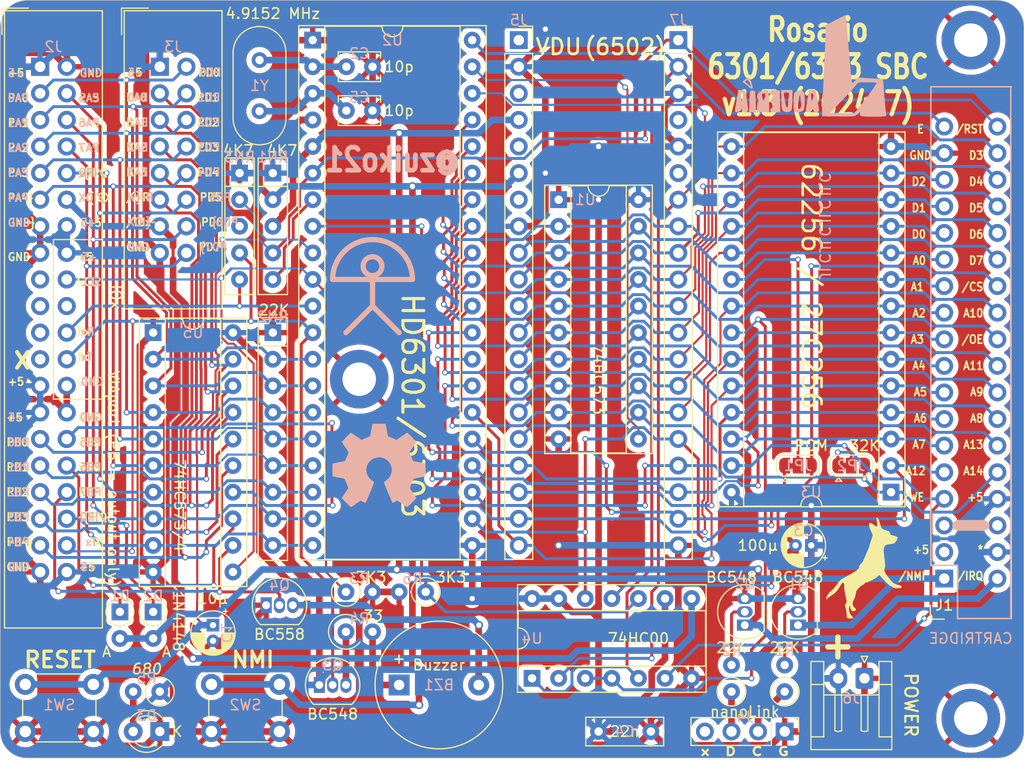
<source format=kicad_pcb>
(kicad_pcb (version 20240108) (generator "pcbnew") (generator_version "8.0")
  (layers (0 "F.Cu" signal) (31 "B.Cu" signal) (34 "B.Paste" user) (35 "F.Paste" user) (36 "B.SilkS" user "B.Silkscreen") (37 "F.SilkS" user "F.Silkscreen") (38 "B.Mask" user) (39 "F.Mask" user) (44 "Edge.Cuts" user))
  (net 0 "")
  (net 1 "GND")
  (net 2 "+5V")
  (net 3 "/CB1")
  (net 4 "/CA1")
  (net 5 "/~{RST}")
  (net 6 "/~{NMI}")
  (net 7 "/~{IRQ}")
  (net 8 "PB4")
  (net 9 "PB3")
  (net 10 "PB7")
  (net 11 "PB2")
  (net 12 "PB6")
  (net 13 "PB1")
  (net 14 "PB5")
  (net 15 "PB0")
  (net 16 "PA4")
  (net 17 "PA3")
  (net 18 "PA7")
  (net 19 "PA2")
  (net 20 "PA6")
  (net 21 "PA1")
  (net 22 "PA5")
  (net 23 "PA0")
  (net 24 "/R~{W}")
  (net 25 "/~{WE}")
  (net 26 "/ROM_~{CS}")
  (net 27 "/B_NMI")
  (net 28 "/B_IRQ")
  (net 29 "/SERDAT")
  (net 30 "/SERCLK")
  (net 31 "/PW_LED")
  (net 32 "A2")
  (net 33 "A10")
  (net 34 "A1")
  (net 35 "A0")
  (net 36 "D7")
  (net 37 "D0")
  (net 38 "D6")
  (net 39 "D1")
  (net 40 "D5")
  (net 41 "D2")
  (net 42 "D4")
  (net 43 "D3")
  (net 44 "A14")
  (net 45 "A11")
  (net 46 "A3")
  (net 47 "A12")
  (net 48 "A13")
  (net 49 "A6")
  (net 50 "A8")
  (net 51 "A5")
  (net 52 "A9")
  (net 53 "A4")
  (net 54 "A7")
  (net 55 "A15")
  (net 56 "/XT")
  (net 57 "/EXT")
  (net 58 "/~{OE}")
  (net 59 "/E")
  (net 60 "/SC_TX")
  (net 61 "/SC_RX")
  (net 62 "/SC_CL")
  (net 63 "/~{IOX}")
  (net 64 "/P21")
  (net 65 "/~{STBY}")
  (net 66 "/IOSEL")
  (net 67 "/AS")
  (net 68 "/BZ")
  (net 69 "/RAM_~{CS}")
  (net 70 "/RAM_~{WE}")
  (net 71 "/BZR")
  (net 72 "/BZG")
  (footprint "Package_TO_SOT_THT:TO-92_Inline" (layer "F.Cu") (at 95.25 83.82 90)
    (property "Reference" "Q1")
    (property "Value" "BC548")
  )
  (footprint "Package_TO_SOT_THT:TO-92_Inline" (layer "F.Cu") (at 90.17 83.82 90)
    (property "Reference" "Q2")
    (property "Value" "BC548")
  )
  (footprint "Resistor_THT:R_Axial_DIN0207_L6.3mm_D2.5mm_P2.54mm_Vertical" (layer "F.Cu") (at 93.98 90.17 90)
    (property "Reference" "R1")
    (property "Value" "22K")
  )
  (footprint "Resistor_THT:R_Axial_DIN0207_L6.3mm_D2.5mm_P2.54mm_Vertical" (layer "F.Cu") (at 88.9 90.17 90)
    (property "Reference" "R2")
    (property "Value" "22K")
  )
  (footprint "Connector_IDC:IDC-Header_2x08_P2.54mm_Vertical" (layer "F.Cu") (at 34.29 30.48)
    (property "Reference" "J3")
    (property "Value" "IOx")
  )
  (footprint "Connector_PinHeader_2.54mm:PinHeader_1x04_P2.54mm_Vertical" (layer "F.Cu") (at 93.98 93.98 -90)
    (property "Reference" "J4")
    (property "Value" "nanoLink")
  )
  (footprint "Capacitor_THT:C_Rect_L7.2mm_W2.5mm_P5.00mm_FKS2_FKP2_MKS2_MKP2" (layer "F.Cu") (at 76.2 93.98)
    (property "Reference" "C4")
    (property "Value" "22n")
  )
  (footprint "Capacitor_THT:CP_Radial_D4.0mm_P1.50mm" (layer "F.Cu") (at 96.52 76.2 180)
    (property "Reference" "C3")
    (property "Value" "100µ")
  )
  (footprint "Capacitor_THT:CP_Radial_D4.0mm_P1.50mm" (layer "F.Cu") (at 39.37 83.82 -90)
    (property "Reference" "C1")
    (property "Value" "10µ")
  )
  (footprint "Buzzer_Beeper:Buzzer_12x9.5RM7.6" (layer "F.Cu") (at 57.15 89.535)
    (property "Reference" "BZ1")
    (property "Value" "Buzzer")
  )
  (footprint "Diode_THT:D_DO-35_SOD27_P2.54mm_Vertical_AnodeUp" (layer "F.Cu") (at 33.655 82.55 -90)
    (property "Reference" "D2")
    (property "Value" "1N4148")
  )
  (footprint "LED_THT:LED_D3.0mm" (layer "F.Cu") (at 34.29 93.98 180)
    (property "Reference" "D3")
    (property "Value" "ON")
  )
  (footprint "Connector_PinSocket_2.54mm:PinSocket_2x18_EDGE" (layer "F.Cu") (at 113.03 82.55 180)
    (property "Reference" "J1")
    (property "Value" "CARTRIDGE")
  )
  (footprint "Connector_IDC:IDC-Header_2x20_P2.54mm_Vertical" (layer "F.Cu") (at 22.86 30.48)
    (property "Reference" "J2")
    (property "Value" "VIAport (PB = output only)")
  )
  (footprint "Package_DIP:DIP-14_W7.62mm_Socket" (layer "F.Cu") (at 69.85 88.9 90)
    (property "Reference" "U4")
    (property "Value" "74HC00")
  )
  (footprint "Package_DIP:DIP-28_W15.24mm_Socket" (layer "F.Cu") (at 104.14 71.12 180)
    (property "Reference" "U3")
    (property "Value" "62256 / 27C256")
  )
  (footprint "Package_DIP:DIP-40_W15.24mm_Socket" (layer "F.Cu") (at 48.895 27.94)
    (property "Reference" "U2")
    (property "Value" "HD6301/6303")
  )
  (footprint "Button_Switch_THT:SW_PUSH_6mm" (layer "F.Cu") (at 27.94 93.98 180)
    (property "Reference" "SW1")
    (property "Value" "RESET")
  )
  (footprint "Button_Switch_THT:SW_PUSH_6mm" (layer "F.Cu") (at 45.72 93.98 180)
    (property "Reference" "SW2")
    (property "Value" "NMI")
  )
  (footprint "Resistor_THT:R_Axial_DIN0207_L6.3mm_D2.5mm_P2.54mm_Vertical" (layer "F.Cu") (at 34.29 90.17 180)
    (property "Reference" "R5")
    (property "Value" "680")
  )
  (footprint "Resistor_THT:R_Array_SIP9" (layer "F.Cu") (at 45.085 55.88 -90)
    (property "Reference" "RN2")
    (property "Value" "22K")
  )
  (footprint "Connector_JST:JST_EH_S2B-EH_1x02_P2.50mm_Horizontal" (layer "F.Cu") (at 101.6 88.9 180)
    (property "Reference" "J6")
    (property "Value" "POWER")
  )
  (footprint "MountingHole:MountingHole_3.2mm_M3_DIN965_Pad" (layer "F.Cu") (at 111.76 27.94)
    (property "Reference" "H1" (hide yes))
    (property "Value" "MountingHole_Pad" (hide yes))
  )
  (footprint "MountingHole:MountingHole_3.2mm_M3_DIN965_Pad" (layer "F.Cu") (at 111.76 92.71)
    (property "Reference" "H2" (hide yes))
    (property "Value" "MountingHole_Pad" (hide yes))
  )
  (footprint "MountingHole:MountingHole_3.2mm_M3_DIN965_Pad" (layer "F.Cu") (at 53.34 60.325)
    (property "Reference" "H3" (hide yes))
    (property "Value" "MountingHole_Pad" (hide yes))
  )
  (footprint "Capacitor_THT:C_Disc_D3.8mm_W2.6mm_P2.50mm" (layer "F.Cu") (at 54.61 34.671 180)
    (property "Reference" "C5")
    (property "Value" "10p")
  )
  (footprint "Connector_PinSocket_2.54mm:PinSocket_1x20_P2.54mm_Vertical" (layer "F.Cu") (at 83.82 27.94)
    (property "Reference" "J7")
    (property "Value" "(6502)")
  )
  (footprint "Resistor_THT:R_Array_SIP5" (layer "F.Cu") (at 41.91 40.64 -90)
    (property "Reference" "RN3")
    (property "Value" "4K7")
  )
  (footprint "Package_DIP:DIP-20_W7.62mm_Socket" (layer "F.Cu") (at 72.39 43.18)
    (property "Reference" "U1")
    (property "Value" "74HC573")
  )
  (footprint "Package_DIP:DIP-20_W7.62mm_Socket" (layer "F.Cu") (at 33.655 55.88)
    (property "Reference" "U5")
    (property "Value" "74HC573/4")
  )
  (footprint "Crystal:Crystal_HC49-U_Vertical" (layer "F.Cu") (at 43.815 29.845 -90)
    (property "Reference" "Y1")
    (property "Value" "4.9152 MHz")
  )
  (footprint "Connector_PinSocket_2.54mm:PinSocket_1x20_P2.54mm_Vertical" (layer "F.Cu") (at 68.58 27.94)
    (property "Reference" "J5")
    (property "Value" "VDU")
  )
  (footprint "Package_TO_SOT_THT:TO-92_Inline" (layer "F.Cu") (at 49.53 89.535)
    (property "Reference" "Q3")
    (property "Value" "BC548")
  )
  (footprint "Capacitor_THT:C_Disc_D3.8mm_W2.6mm_P2.50mm" (layer "F.Cu") (at 54.61 30.48 180)
    (property "Reference" "C2")
    (property "Value" "10p")
  )
  (footprint "Resistor_THT:R_Array_SIP5" (layer "F.Cu") (at 45.085 40.64 -90)
    (property "Reference" "RN1")
    (property "Value" "4K7")
  )
  (footprint "Diode_THT:D_DO-35_SOD27_P2.54mm_Vertical_AnodeUp" (layer "F.Cu") (at 30.48 82.55 -90)
    (property "Reference" "D1")
    (property "Value" "1N4148")
  )
  (footprint "Jumper:SolderJumper-3_P1.3mm_Bridged12_RoundedPad1.0x1.5mm" (layer "F.Cu") (at 95.25 68.58)
    (property "Reference" "JP1")
    (property "Value" "ROM")
  )
  (footprint "Jumper:SolderJumper-3_P1.3mm_Bridged12_RoundedPad1.0x1.5mm" (layer "F.Cu") (at 100.33 68.58)
    (property "Reference" "JP2")
    (property "Value" "32K")
  )
  (footprint "Resistor_THT:R_Axial_DIN0309_L9.0mm_D3.2mm_P2.54mm_Vertical" (layer "F.Cu") (at 52.07 84.455)
    (property "Reference" "R4")
    (property "Value" "33")
  )
  (footprint "Package_TO_SOT_THT:TO-92_Inline" (layer "F.Cu") (at 44.45 81.915)
    (property "Reference" "Q4")
    (property "Value" "BC558")
  )
  (footprint "Resistor_THT:R_Axial_DIN0207_L6.3mm_D2.5mm_P2.54mm_Vertical" (layer "F.Cu") (at 59.69 80.645 180)
    (property "Reference" "R6")
    (property "Value" "3K3")
  )
  (footprint "Resistor_THT:R_Axial_DIN0207_L6.3mm_D2.5mm_P2.54mm_Vertical" (layer "F.Cu") (at 52.07 80.645)
    (property "Reference" "R3")
    (property "Value" "3K3")
  )
  (footprint "durango:chuchario600" (layer "F.Cu") (at 102.235 78.105)
    (property "Reference" "G***" (hide yes))
    (property "Value" "LOGO" (hide yes))
  )
  (footprint "durango:jaqueria" (layer "B.Cu") (at 96.52 30.48 180)
    (property "Reference" "LOGO2" (hide yes))
    (property "Value" "Logo_Open_Hardware_Small" (hide yes))
  )
  (footprint "Symbol:OSHW-Symbol_8.9x8mm_SilkScreen" (layer "B.Cu") (at 55.245 68.58 180)
    (property "Reference" "LOGO1" (hide yes))
    (property "Value" "Logo_Open_Hardware_Large" (hide yes))
  )
  (gr_line (start 54.61 53.34) (end 52.07 55.88) (stroke (width 0.5)) (layer "B.SilkS"))
  (gr_line (start 54.61 53.34) (end 57.15 55.88) (stroke (width 0.5)) (layer "B.SilkS"))
  (gr_arc (start 50.8 50.8) (mid 54.61 46.99) (end 58.42 50.8) (stroke (width 0.5)) (layer "B.SilkS"))
  (gr_circle (center 54.61 49.53) (end 55.508026 49.53) (stroke (width 0.5)) (fill none) (layer "B.SilkS"))
  (gr_line (start 50.8 50.8) (end 58.42 50.8) (stroke (width 0.5)) (layer "B.SilkS"))
  (gr_line (start 54.61 50.428026) (end 54.61 53.34) (stroke (width 0.5)) (layer "B.SilkS"))
  (gr_line (start 115.57 32.385) (end 115.57 83.185) (stroke (width 0.12)) (layer "B.SilkS"))
  (gr_line (start 107.95 32.385) (end 115.57 32.385) (stroke (width 0.12)) (layer "B.SilkS"))
  (gr_line (start 110.49 78.105) (end 107.95 78.105) (stroke (width 0.12)) (layer "B.SilkS"))
  (gr_line (start 115.57 83.185) (end 110.49 83.185) (stroke (width 0.12)) (layer "B.SilkS"))
  (gr_line (start 110.49 74.295) (end 113.03 74.295) (stroke (width 1)) (layer "B.SilkS"))
  (gr_line (start 110.49 83.185) (end 110.49 78.105) (stroke (width 0.12)) (layer "B.SilkS"))
  (gr_line (start 107.95 78.105) (end 107.95 32.385) (stroke (width 0.12)) (layer "B.SilkS"))
  (gr_line (start 110.49 74.295) (end 113.03 74.295) (stroke (width 1)) (layer "F.SilkS"))
  (gr_line (start 24.13 46.99) (end 24.13 62.23) (stroke (width 0.12)) (layer "F.SilkS"))
  (gr_line (start 24.13 46.99) (end 28.829 46.99) (stroke (width 0.12)) (layer "F.SilkS"))
  (gr_line (start 24.13 62.23) (end 28.829 62.23) (stroke (width 0.12)) (layer "F.SilkS"))
  (gr_line (start 21.59 24.13) (end 114.3 24.13) (stroke (width 0.05)) (layer "Edge.Cuts"))
  (gr_line (start 116.84 26.67) (end 116.84 93.98) (stroke (width 0.05)) (layer "Edge.Cuts"))
  (gr_line (start 114.3 96.52) (end 21.59 96.52) (stroke (width 0.05)) (layer "Edge.Cuts"))
  (gr_line (start 19.05 93.98) (end 19.05 26.67) (stroke (width 0.05)) (layer "Edge.Cuts"))
  (gr_arc (start 21.59 96.52) (mid 19.793949 95.776051) (end 19.05 93.98) (stroke (width 0.05)) (layer "Edge.Cuts"))
  (gr_arc (start 116.84 93.98) (mid 116.096051 95.776051) (end 114.3 96.52) (stroke (width 0.05)) (layer "Edge.Cuts"))
  (gr_arc (start 114.3 24.13) (mid 116.096051 24.873949) (end 116.84 26.67) (stroke (width 0.05)) (layer "Edge.Cuts"))
  (gr_arc (start 19.05 26.67) (mid 19.793949 24.873949) (end 21.59 24.13) (stroke (width 0.05)) (layer "Edge.Cuts"))
  (gr_text "JLCJLCJLCJLC" (at 97.79 45.72 270) (layer "B.SilkS") (effects (font (size 1 1)) (justify mirror)))
  (gr_text "@zuiko21" (at 56.515 39.37 0) (layer "B.SilkS") (effects (font (size 2.2 1.8) (thickness 0.45)) (justify mirror)))
  (gr_text "+5\n\nSCL\n\n\n\nRx\n\nTx\n\nGND" (at 26.67 54.61 0) (layer "B.SilkS") (effects (font (size 0.74 0.7)) (justify right mirror)))
  (gr_text "GND          +5\n\nPA5         PA0\n\nPA6         PA1\n\nPA7         PA2\n\n/IRQ         PA3\n\n/IOX         PA4\n\n+5         GND" (at 19.685 38.227 0) (layer "B.SilkS") (effects (font (size 0.74 0.7)) (justify right mirror)))
  (gr_text "GND          +5\n\nPB5         PB0\n\nPB6         PB1\n\nPB7         PB2\n\n/IRQ         PB3\n\nTx          PB4\n\n+5         GND" (at 19.685 71.12 0) (layer "B.SilkS") (effects (font (size 0.74 0.7)) (justify right mirror)))
  (gr_text "PD0          +5\n\nPD1         BA0\n\nPD2         BA1\n\nPD3         BA2\n\nPD4         BA3\n\nPD5          R~{W\n\nPD6}          ~{IOX\n\nPD7}         GND" (at 31.115 39.37 0) (layer "B.SilkS") (effects (font (size 0.74 0.7)) (justify right mirror)))
  (gr_text "+" (at 99.06 85.725 0) (layer "F.SilkS") (effects (font (size 2.5 2.5) (thickness 0.5))))
  (gr_text "x  D  C  G" (at 90.17 95.885 0) (layer "F.SilkS") (effects (font (size 0.8 1) (thickness 0.2))))
  (gr_text "K" (at 35.941 93.98 0) (layer "F.SilkS") (effects (font (size 1 1))))
  (gr_text "+5          GND\n\nPA0         PA5\n\nPA1         PA6\n\nPA2         PA7\n\nPA3         ~{IRQ\n\nPA4}         ~{IOX\n\nGND}         +5" (at 19.685 38.227 0) (layer "F.SilkS") (effects (font (size 0.74 0.7)) (justify left)))
  (gr_text "+5          GND\n\nPB0         PB5\n\nPB1         PB6\n\nPB2         PB7\n\nPB3         ~{IRQ\n\nPB4}          TX\n\nGND         +5" (at 19.558 71.12 0) (layer "F.SilkS") (effects (font (size 0.74 0.7)) (justify left)))
  (gr_text "+5          PD0\n\nBA0         PD1\n\nBA1         PD2\n\nBA2         PD3\n\nBA3         PD4\n\n/WR         PD5\n\n/IOx         PD6\n\nGND         PD7" (at 30.988 39.37 0) (layer "F.SilkS") (effects (font (size 0.74 0.7)) (justify left)))
  (gr_text "+5\n\nSCL\n\n\n\nRx\n\nTx\n\nGND" (at 26.289 54.61 0) (layer "F.SilkS") (effects (font (size 0.74 0.7)) (justify left)))
  (gr_text "Rosario\n6301/6303 SBC\nv1.3 (2024·7)" (at 97.155 30.48 0) (layer "F.SilkS") (effects (font (size 2.2 1.7) (thickness 0.4))))
  (gr_text "GND\n\n\n\n\n\n\n\n\n\n+5" (at 19.685 54.61 0) (layer "F.SilkS") (effects (font (size 0.74 0.7)) (justify left)))
  (gr_text "E      /RST\n\nGND       D3\n\nD2        D4\n\nD1        D5\n\nD0        D6\n\nA0        D7\n\nA1       /CS\n\nA2       A10\n\nA3       /OE\n\nA4       A11\n\nA5        A9\n\nA6        A8\n\nA7       A13\n\nA12       A14\n\n/WE        +5\n\n\n\n+5         *\n\n/NMI      /IRQ\n" (at 113.03 57.785 0) (layer "F.SilkS") (effects (font (size 0.78 0.68)) (justify right)))
  (gr_text "X" (at 20.193 59.436 0) (layer "F.SilkS") (effects (font (size 1.5 1.5) (thickness 0.375) (bold yes)) (justify left bottom)))
  (segment (start 19.685 62.23) (end 19.685 62.865) (width 0.635) (layer "F.Cu") (net 1))
  (segment (start 32.55 25.565) (end 26.505 25.565) (width 0.635) (layer "F.Cu") (net 1))
  (segment (start 22.86 45.72) (end 22.86 48.26) (width 0.635) (layer "F.Cu") (net 1))
  (segment (start 38.1 25.565) (end 33.49 25.565) (width 0.635) (layer "F.Cu") (net 1))
  (segment (start 83.867501 95.297501) (end 84.407499 95.297501) (width 0.635) (layer "F.Cu") (net 1))
  (segment (start 20.32 62.23) (end 19.685 61.595) (width 0.28) (layer "F.Cu") (net 1))
  (segment (start 19.685 62.865) (end 19.685 75.565) (width 0.635) (layer "F.Cu") (net 1))
  (segment (start 83.232501 95.297501) (end 83.867501 95.297501) (width 0.635) (layer "F.Cu") (net 1))
  (segment (start 26.505 25.565) (end 25.4 26.67) (width 0.635) (layer "F.Cu") (net 1))
  (segment (start 82.517501 95.297501) (end 83.232501 95.297501) (width 0.635) (layer "F.Cu") (net 1))
  (segment (start 64.77 26.02) (end 102.855 26.02) (width 0.635) (layer "F.Cu") (net 1))
  (segment (start 102.855 26.02) (end 104.14 27.305) (width 0.635) (layer "F.Cu") (net 1))
  (segment (start 32.958899 46.928899) (end 32.958899 26.096101) (width 0.635) (layer "F.Cu") (net 1))
  (segment (start 104.14 27.305) (end 104.14 38.1) (width 0.635) (layer "F.Cu") (net 1))
  (segment (start 22.86 45.72) (end 19.685 42.545) (width 0.635) (layer "F.Cu") (net 1))
  (segment (start 19.685 42.545) (end 19.685 30.48) (width 0.635) (layer "F.Cu") (net 1))
  (segment (start 34.29 48.26) (end 32.958899 46.928899) (width 0.635) (layer "F.Cu") (net 1))
  (segment (start 21.016101 29.148899) (end 19.685 30.48) (width 0.635) (layer "F.Cu") (net 1))
  (segment (start 63.922408 26.02) (end 64.77 26.02) (width 0.635) (layer "F.Cu") (net 1))
  (segment (start 32.958899 26.096101) (end 33.49 25.565) (width 0.635) (layer "F.Cu") (net 1))
  (segment (start 95.02 76.2) (end 95.02 81.05) (width 0.635) (layer "F.Cu") (net 1))
  (segment (start 24.068899 29.148899) (end 21.016101 29.148899) (width 0.635) (layer "F.Cu") (net 1))
  (segment (start 25.4 26.67) (end 25.4 30.48) (width 0.635) (layer "F.Cu") (net 1))
  (segment (start 95.02 81.05) (end 95.25 81.28) (width 0.635) (layer "F.Cu") (net 1))
  (segment (start 33.49 25.565) (end 32.55 25.565) (width 0.635) (layer "F.Cu") (net 1))
  (segment (start 25.4 30.48) (end 24.068899 29.148899) (width 0.635) (layer "F.Cu") (net 1))
  (segment (start 93.98 93.98) (end 99.06 93.98) (width 0.635) (layer "F.Cu") (net 1))
  (segment (start 84.407499 95.297501) (end 92.662499 95.297501) (width 0.635) (layer "F.Cu") (net 1))
  (segment (start 19.685 75.565) (end 22.86 78.74) (width 0.635) (layer "F.Cu") (net 1))
  (segment (start 99.06 93.98) (end 101.6 91.44) (width 0.635) (layer "F.Cu") (net 1))
  (segment (start 32.55 25.687202) (end 32.958899 26.096101) (width 0.635) (layer "F.Cu") (net 1))
  (segment (start 101.6 91.44) (end 101.6 88.9) (width 0.635) (layer "F.Cu") (net 1))
  (segment (start 19.685 51.435) (end 22.86 48.26) (width 0.635) (layer "F.Cu") (net 1))
  (segment (start 81.2 93.98) (end 82.517501 95.297501) (width 0.635) (layer "F.Cu") (net 1))
  (segment (start 92.662499 95.297501) (end 93.98 93.98) (width 0.635) (layer "F.Cu") (net 1))
  (segment (start 19.685 61.595) (end 19.685 51.435) (width 0.635) (layer "F.Cu") (net 1))
  (segment (start 32.55 25.565) (end 32.55 25.687202) (width 0.635) (layer "F.Cu") (net 1))
  (segment (start 19.685 62.23) (end 19.685 61.595) (width 0.635) (layer "F.Cu") (net 1))
  (segment (start 20.32 62.23) (end 19.685 62.23) (width 0.28) (layer "F.Cu") (net 1))
  (segment (start 20.32 62.23) (end 19.685 62.865) (width 0.28) (layer "F.Cu") (net 1))
  (segment (start 27.94 93.98) (end 21.44 93.98) (width 0.635) (layer "F.Cu") (net 1))
  (segment (start 39.22 93.98) (end 40.687501 92.512499) (width 0.635) (layer "F.Cu") (net 1))
  (segment (start 34.29 48.26) (end 34.29 51.845852) (width 0.635) (layer "F.Cu") (net 1))
  (segment (start 39.969999 85.919999) (end 39.37 85.32) (width 0.635) (layer "F.Cu") (net 1))
  (segment (start 81.2 92.79) (end 81.2 93.98) (width 0.635) (layer "F.Cu") (net 1))
  (segment (start 43.817499 53.177499) (end 45.085 54.445) (width 0.635) (layer "F.Cu") (net 1))
  (segment (start 34.29 92.445) (end 35.56 91.175) (width 0.635) (layer "F.Cu") (net 1))
  (segment (start 32.922499 95.347501) (end 34.29 93.98) (width 0.635) (layer "F.Cu") (net 1))
  (segment (start 44.45 82.14) (end 44.45 81.915) (width 0.635) (layer "F.Cu") (net 1))
  (segment (start 22.86 78.74) (end 22.86 88.728098) (width 0.635) (layer "F.Cu") (net 1))
  (segment (start 41.301599 44.447501) (end 40.64 43.785902) (width 0.635) (layer "F.Cu") (net 1))
  (segment (start 52.25 26.02) (end 57.165 26.02) (width 0.635) (layer "F.Cu") (net 1))
  (segment (start 83.82 87.63) (end 85.09 88.9) (width 0.635) (layer "F.Cu") (net 1))
  (segment (start 50.33 27.94) (end 52.25 26.02) (width 0.635) (layer "F.Cu") (net 1))
  (segment (start 53.34 81.915) (end 53.34 95.25) (width 0.635) (layer "F.Cu") (net 1))
  (segment (start 35.56 80.645) (end 33.655 78.74) (width 0.635) (layer "F.Cu") (net 1))
  (segment (start 29.307501 95.347501) (end 32.922499 95.347501) (width 0.635) (layer "F.Cu") (net 1))
  (segment (start 41.91 27.94) (end 48.895 27.94) (width 0.635) (layer "F.Cu") (net 1))
  (segment (start 85.09 88.9) (end 81.2 92.79) (width 0.635) (layer "F.Cu") (net 1))
  (segment (start 54.61 80.645) (end 53.34 81.915) (width 0.635) (layer "F.Cu") (net 1))
  (segment (start 81.2 93.98) (end 79.93 95.25) (width 0.635) (layer "F.Cu") (net 1))
  (segment (start 25.4 60.96) (end 25.4 63.5) (width 0.635) (layer "F.Cu") (net 1))
  (segment (start 32.387499 57.147501) (end 33.655 55.88) (width 0.635) (layer "F.Cu") (net 1))
  (segment (start 35.56 91.175) (end 35.56 80.645) (width 0.635) (layer "F.Cu") (net 1))
  (segment (start 40.687501 92.512499) (end 40.687501 86.637501) (width 0.635) (layer "F.Cu") (net 1))
  (segment (start 41.27 85.32) (end 44.45 82.14) (width 0.635) (layer "F.Cu") (net 1))
  (segment (start 32.387499 77.472499) (end 32.387499 57.147501) (width 0.635) (layer "F.Cu") (net 1))
  (segment (start 34.922501 77.472499) (end 33.655 78.74) (width 0.635) (layer "F.Cu") (net 1))
  (segment (start 53.34 95.25) (end 46.99 95.25) (width 0.635) (layer "F.Cu") (net 1))
  (segment (start 40.64 43.785902) (end 40.64 28.575) (width 0.635) (layer "F.Cu") (net 1))
  (segment (start 43.817499 45.722499) (end 43.817499 53.177499) (width 0.635) (layer "F.Cu") (net 1))
  (segment (start 25.4 63.5) (end 24.13 62.23) (width 0.635) (layer "F.Cu") (net 1))
  (segment (start 35.962518 57.579755) (end 35.962518 63.307555) (width 0.635) (layer "F.Cu") (net 1))
  (segment (start 43.817499 45.722499) (end 42.542501 44.447501) (width 0.635) (layer "F.Cu") (net 1))
  (segment (start 22.907501 88.775599) (end 22.907501 92.512499) (width 0.635) (layer "F.Cu") (net 1))
  (segment (start 33.655 78.74) (end 32.387499 77.472499) (width 0.635) (layer "F.Cu") (net 1))
  (segment (start 27.94 93.98) (end 29.307501 95.347501) (width 0.635) (layer "F.Cu") (net 1))
  (segment (start 57.165 26.02) (end 63.922408 26.02) (width 0.635) (layer "F.Cu") (net 1))
  (segment (start 46.99 95.25) (end 45.72 93.98) (width 0.635) (layer "F.Cu") (net 1))
  (segment (start 34.29 51.845852) (end 35.96252 53.518372) (width 0.635) (layer "F.Cu") (net 1))
  (segment (start 34.29 93.98) (end 34.29 92.445) (width 0.635) (layer "F.Cu") (net 1))
  (segment (start 35.96252 53.518372) (end 35.96252 57.579753) (width 0.635) (layer "F.Cu") (net 1))
  (segment (start 41.275 27.94) (end 41.91 27.94) (width 0.635) (layer "F.Cu") (net 1))
  (segment (start 40.64 28.575) (end 41.275 27.94) (width 0.635) (layer "F.Cu") (net 1))
  (segment (start 72.39 76.2) (end 72.39 66.04) (width 0.635) (layer "F.Cu") (net 1))
  (segment (start 54.61 26.035) (end 54.61 34.671) (width 0.635) (layer "F.Cu") (net 1))
  (segment (start 42.542501 44.447501) (end 41.301599 44.447501) (width 0.635) (layer "F.Cu") (net 1))
  (segment (start 35.962518 63.307555) (end 34.922501 64.347572) (width 0.635) (layer "F.Cu") (net 1))
  (segment (start 79.93 95.25) (end 53.34 95.25) (width 0.635) (layer "F.Cu") (net 1))
  (segment (start 54.61 80.645) (end 57.15 80.645) (width 0.635) (layer "F.Cu") (net 1))
  (segment (start 22.907501 92.512499) (end 22.439999 92.980001) (width 0.635) (layer "F.Cu") (net 1))
  (segment (start 22.439999 92.980001) (end 21.44 93.98) (width 0.635) (layer "F.Cu") (net 1))
  (segment (start 40.475 27.94) (end 41.275 27.94) (width 0.635) (layer "F.Cu") (net 1))
  (segment (start 34.922501 64.347572) (end 34.922501 77.472499) (width 0.635) (layer "F.Cu") (net 1))
  (segment (start 22.86 88.728098) (end 22.907501 88.775599) (width 0.635) (layer "F.Cu") (net 1))
  (segment (start 39.37 85.32) (end 41.27 85.32) (width 0.635) (layer "F.Cu") (net 1))
  (segment (start 34.29 93.98) (end 45.72 93.98) (width 0.635) (layer "F.Cu") (net 1))
  (segment (start 38.1 25.565) (end 40.475 27.94) (width 0.635) (layer "F.Cu") (net 1))
  (segment (start 35.96252 57.579753) (end 35.962518 57.579755) (width 0.635) (layer "F.Cu") (net 1))
  (segment (start 45.085 54.445) (end 45.085 55.88) (width 0.635) (layer "F.Cu") (net 1))
  (segment (start 40.687501 86.637501) (end 39.969999 85.919999) (width 0.635) (layer "F.Cu") (net 1))
  (segment (start 20.32 62.23) (end 22.225 62.23) (width 0.635) (layer "F.Cu") (net 1))
  (segment (start 83.82 76.2) (end 83.82 87.63) (width 0.635) (layer "F.Cu") (net 1))
  (segment (start 54.595 26.02) (end 54.61 26.035) (width 0.635) (layer "F.Cu") (net 1))
  (segment (start 54.595 26.02) (end 57.165 26.02) (width 0.635) (layer "F.Cu") (net 1))
  (segment (start 48.895 27.94) (end 50.33 27.94) (width 0.635) (layer "F.Cu") (net 1))
  (segment (start 23.495 62.23) (end 22.225 62.23) (width 0.28) (layer "F.Cu") (net 1))
  (segment (start 24.13 62.23) (end 23.495 62.23) (width 0.635) (layer "F.Cu") (net 1))
  (via (at 72.39 76.2) (size 0.8) (drill 0.5) (layers "F.Cu" "B.Cu") (net 1))
  (segment (start 95.25 81.28) (end 90.17 81.28) (width 0.635) (layer "B.Cu") (net 1))
  (segment (start 104.14 38.1) (end 107.315 38.1) (width 0.635) (layer "B.Cu") (net 1))
  (segment (start 83.82 76.2) (end 72.39 76.2) (width 0.635) (layer "B.Cu") (net 1))
  (segment (start 107.315 38.1) (end 107.95 38.735) (width 0.635) (layer "B.Cu") (net 1))
  (segment (start 107.95 38.735) (end 109.22 38.735) (width 0.635) (layer "B.Cu") (net 1))
  (segment (start 97.615 88.9) (end 99.1 88.9) (width 0.635) (layer "F.Cu") (net 2))
  (segment (start 96.52 87.805) (end 97.615 88.9) (width 0.635) (layer "F.Cu") (net 2))
  (segment (start 96.52 76.2) (end 96.52 87.805) (width 0.635) (layer "F.Cu") (net 2))
  (segment (start 71.12 44.45) (end 71.12 40.64) (width 0.635) (layer "F.Cu") (net 2))
  (segment (start 69.85 45.72) (end 71.12 44.45) (width 0.635) (layer "F.Cu") (net 2))
  (segment (start 68.58 45.72) (end 69.85 45.72) (width 0.635) (layer "F.Cu") (net 2))
  (segment (start 82.55 87.024098) (end 81.277501 88.296597) (width 0.635) (layer "F.Cu") (net 2))
  (segment (start 68.58 30.48) (end 71.12 27.94) (width 0.635) (layer "F.Cu") (net 2))
  (segment (start 81.277501 88.296597) (end 81.277501 90.033869) (width 0.635) (layer "F.Cu") (net 2))
  (segment (start 49.53 80.645) (end 47.654098 80.645) (width 0.635) (layer "F.Cu") (net 2))
  (segment (start 83.82 38.1) (end 82.502499 36.782499) (width 0.635) (layer "F.Cu") (net 2))
  (segment (start 77.33137 93.98) (end 76.2 93.98) (width 0.635) (layer "F.Cu") (net 2))
  (segment (start 76.2 82.55) (end 76.2 83.185) (width 0.635) (layer "F.Cu") (net 2))
  (segment (start 75.565 82.55) (end 76.2 83.185) (width 0.635) (layer "F.Cu") (net 2))
  (segment (start 76.2 38.1) (end 76.2 43.18) (width 0.635) (layer "F.Cu") (net 2))
  (segment (start 73.66 82.55) (end 75.565 82.55) (width 0.635) (layer "F.Cu") (net 2))
  (segment (start 47.654098 80.645) (end 47.004549 79.995451) (width 0.635) (layer "F.Cu") (net 2))
  (segment (start 81.277501 90.033869) (end 77.33137 93.98) (width 0.635) (layer "F.Cu") (net 2))
  (segment (start 49.53 80.645) (end 49.53 89.535) (width 0.635) (layer "F.Cu") (net 2))
  (segment (start 64.135 81.28) (end 64.135 76.2) (width 0.635) (layer "F.Cu") (net 2))
  (segment (start 76.2 81.915) (end 76.2 82.55) (width 0.635) (layer "F.Cu") (net 2))
  (segment (start 72.39 81.28) (end 73.66 82.55) (width 0.635) (layer "F.Cu") (net 2))
  (segment (start 43.817499 76.808401) (end 43.817499 58.422499) (width 0.635) (layer "F.Cu") (net 2))
  (segment (start 76.2 92.075) (end 76.2 93.98) (width 0.635) (layer "F.Cu") (net 2))
  (segment (start 43.817499 58.422499) (end 41.275 55.88) (width 0.635) (layer "F.Cu") (net 2))
  (segment (start 75.565 82.55) (end 76.2 81.915) (width 0.635) (layer "F.Cu") (net 2))
  (segment (start 76.2 83.185) (end 76.2 92.075) (width 0.635) (layer "F.Cu") (net 2))
  (segment (start 76.2 43.18) (end 76.2 81.915) (width 0.635) (layer "F.Cu") (net 2))
  (segment (start 71.12 40.64) (end 71.12 33.02) (width 0.635) (layer "F.Cu") (net 2))
  (segment (start 82.970001 33.869999) (end 83.82 33.02) (width 0.635) (layer "F.Cu") (net 2))
  (segment (start 82.55 81.28) (end 82.55 87.024098) (width 0.635) (layer "F.Cu") (net 2))
  (segment (start 71.12 27.94) (end 71.12 26.8875) (width 0.635) (layer "F.Cu") (net 2))
  (segment (start 96.52 72.39) (end 96.52 76.2) (width 0.635) (layer "F.Cu") (net 2))
  (segment (start 75.565 82.55) (end 76.2 82.55) (width 0.635) (layer "F.Cu") (net 2))
  (segment (start 47.004549 79.995451) (end 43.817499 76.808401) (width 0.635) (layer "F.Cu") (net 2))
  (segment (start 71.12 33.02) (end 68.58 30.48) (width 0.635) (layer "F.Cu") (net 2))
  (segment (start 82.502499 36.782499) (end 82.502499 34.337501) (width 0.635) (layer "F.Cu") (net 2))
  (segment (start 82.502499 34.337501) (end 82.970001 33.869999) (width 0.635) (layer "F.Cu") (net 2))
  (segment (start 41.91 40.64) (end 41.91 41.304098) (width 0.635) (layer "F.Cu") (net 2))
  (via (at 76.2 38.1) (size 0.8) (drill 0.5) (layers "F.Cu" "B.Cu") (net 2))
  (via (at 71.12 40.64) (size 0.8) (drill 0.5) (layers "F.Cu" "B.Cu") (net 2))
  (via (at 71.12 26.8875) (size 0.8) (drill 0.5) (layers "F.Cu" "B.Cu") (net 2))
  (via (at 96.52 72.39) (size 0.8) (drill 0.5) (layers "F.Cu" "B.Cu") (net 2))
  (via (at 64.135 81.28) (size 0.8) (drill 0.5) (layers "F.Cu" "B.Cu") (net 2))
  (via (at 76.2 43.18) (size 0.8) (drill 0.5) (layers "F.Cu" "B.Cu") (net 2))
  (segment (start 24.191101 29.148899) (end 31.460299 29.148899) (width 0.635) (layer "B.Cu") (net 2))
  (segment (start 19.685 46.355) (end 19.685 32.1564) (width 0.635) (layer "B.Cu") (net 2))
  (segment (start 22.86 30.48) (end 24.191101 29.148899) (width 0.635) (layer "B.Cu") (net 2))
  (segment (start 20.32 46.99) (end 19.685 46.355) (width 0.28) (layer "B.Cu") (net 2))
  (segment (start 19.685 66.675) (end 22.86 63.5) (width 0.635) (layer "B.Cu") (net 2))
  (segment (start 31.460299 29.148899) (end 32.7914 30.48) (width 0.635) (layer "B.Cu") (net 2))
  (segment (start 19.685 32.1564) (end 21.3614 30.48) (width 0.635) (layer "B.Cu") (net 2))
  (segment (start 32.7914 30.48) (end 34.29 30.48) (width 0.635) (layer "B.Cu") (net 2))
  (segment (start 21.3614 30.48) (end 22.86 30.48) (width 0.635) (layer "B.Cu") (net 2))
  (segment (start 19.685 78.74) (end 19.685 66.675) (width 0.635) (layer "B.Cu") (net 2))
  (segment (start 22.86 60.96) (end 19.685 57.785) (width 0.635) (layer "B.Cu") (net 2))
  (segment (start 73.66 38.1) (end 76.2 38.1) (width 0.635) (layer "B.Cu") (net 2))
  (segment (start 76.2 38.1) (end 83.82 38.1) (width 0.635) (layer "B.Cu") (net 2))
  (segment (start 76.97363 92.075) (end 94.44 92.075) (width 0.635) (layer "B.Cu") (net 2))
  (segment (start 94.44 92.075) (end 97.615 88.9) (width 0.635) (layer "B.Cu") (net 2))
  (segment (start 97.615 88.9) (end 99.1 88.9) (width 0.635) (layer "B.Cu") (net 2))
  (segment (start 76.2 93.98) (end 76.2 92.84863) (width 0.635) (layer "B.Cu") (net 2))
  (segment (start 76.2 92.84863) (end 76.97363 92.075) (width 0.635) (layer "B.Cu") (net 2))
  (segment (start 71.12 40.64) (end 73.66 38.1) (width 0.635) (layer "B.Cu") (net 2))
  (segment (start 22.86 63.5) (end 22.86 60.96) (width 0.635) (layer "B.Cu") (net 2))
  (segment (start 19.685 57.785) (end 19.685 47.625) (width 0.635) (layer "B.Cu") (net 2))
  (segment (start 19.685 47.625) (end 19.685 46.99) (width 0.635) (layer "B.Cu") (net 2))
  (segment (start 20.32 46.99) (end 19.685 47.625) (width 0.28) (layer "B.Cu") (net 2))
  (segment (start 20.32 46.99) (end 19.685 46.99) (width 0.28) (layer "B.Cu") (net 2))
  (segment (start 19.685 46.99) (end 19.685 46.355) (width 0.635) (layer "B.Cu") (net 2))
  (segment (start 72.39 81.28) (end 69.85 81.28) (width 0.635) (layer "B.Cu") (net 2))
  (segment (start 20.32 79.375) (end 19.685 78.74) (width 0.635) (layer "B.Cu") (net 2))
  (segment (start 25.4 45.72) (end 25.4 46.355) (width 0.635) (layer "B.Cu") (net 2))
  (segment (start 24.13 46.99) (end 23.56003 46.99) (width 0.635) (layer "B.Cu") (net 2))
  (segment (start 107.315 76.2) (end 107.95 75.565) (width 0.635) (layer "B.Cu") (net 2))
  (segment (start 24.765 46.99) (end 25.4 46.355) (width 0.635) (layer "B.Cu") (net 2))
  (segment (start 71.787502 93.180001) (end 75.400001 93.180001) (width 0.635) (layer "B.Cu") (net 2))
  (segment (start 36.447501 88.012499) (end 46.847499 88.012499) (width 0.635) (layer "B.Cu") (net 2))
  (segment (start 108.585 75.565) (end 109.855 75.565) (width 0.28) (layer "B.Cu") (net 2))
  (segment (start 20.32 79.375) (end 21.016101 80.071101) (width 0.635) (layer "B.Cu") (net 2))
  (segment (start 25.4 45.72) (end 24.4475 46.6725) (width 0.635) (layer "B.Cu") (net 2))
  (segment (start 111.76 76.835) (end 114.3 76.835) (width 0.635) (layer "B.Cu") (net 2))
  (segment (start 80.01 43.18) (end 76.2 43.18) (width 0.635) (layer "B.Cu") (net 2))
  (segment (start 70.720001 26.487501) (end 71.12 26.8875) (width 0.635) (layer "B.Cu") (net 2))
  (segment (start 50.63888 88.067499) (end 66.675 88.067499) (width 0.635) (layer "B.Cu") (net 2))
  (segment (start 111.125 74.93) (end 110.49 75.565) (width 0.635) (layer "B.Cu") (net 2))
  (segment (start 24.765 47.625) (end 25.4 48.26) (width 0.635) (layer "B.Cu") (net 2))
  (segment (start 64.317499 26.487501) (end 67.127501 26.487501) (width 0.635) (layer "B.Cu") (net 2))
  (segment (start 90.17 72.39) (end 96.52 72.39) (width 0.635) (layer "B.Cu") (net 2))
  (segment (start 114.3 71.755) (end 111.125 74.93) (width 0.635) (layer "B.Cu") (net 2))
  (segment (start 25.4 47.038686) (end 25.4 48.26) (width 0.635) (layer "B.Cu") (net 2))
  (segment (start 21.016101 80.071101) (end 24.068899 80.071101) (width 0.635) (layer "B.Cu") (net 2))
  (segment (start 67.127501 26.487501) (end 36.783899 26.487501) (width 0.635) (layer "B.Cu") (net 2))
  (segment (start 111.125 76.2) (end 111.76 76.835) (width 0.635) (layer "B.Cu") (net 2))
  (segment (start 24.13 46.99) (end 22.225 46.99) (width 0.28) (layer "B.Cu") (net 2))
  (segment (start 24.13 46.99) (end 24.765 46.99) (width 0.635) (layer "B.Cu") (net 2))
  (segment (start 24.536401 46.761401) (end 24.765 46.99) (width 0.635) (layer "B.Cu") (net 2))
  (segment (start 110.49 75.565) (end 111.125 76.2) (width 0.635) (layer "B.Cu") (net 2))
  (segment (start 34.29 28.9814) (end 36.598901 26.672499) (width 0.635) (layer "B.Cu") (net 2))
  (segment (start 49.80749 88.898889) (end 50.63888 88.067499) (width 0.635) (layer "B.Cu") (net 2))
  (segment (start 49.53 89.535) (end 49.80749 89.25751) (width 0.635) (layer "B.Cu") (net 2))
  (segment (start 67.127501 26.487501) (end 70.720001 26.487501) (width 0.635) (layer "B.Cu") (net 2))
  (segment (start 22.225 46.99) (end 20.32 46.99) (width 0.28) (layer "B.Cu") (net 2))
  (segment (start 69.85 81.28) (end 64.135 81.28) (width 0.635) (layer "B.Cu") (net 2))
  (segment (start 25.4 46.355) (end 25.4 48.26) (width 0.635) (layer "B.Cu") (net 2))
  (segment (start 25.4 45.72) (end 24.536401 46.583599) (width 0.635) (layer "B.Cu") (net 2))
  (segment (start 45.085 40.64) (end 41.91 40.64) (width 0.635) (layer "B.Cu") (net 2))
  (segment (start 34.29 30.48) (end 34.29 28.9814) (width 0.635) (layer "B.Cu") (net 2))
  (segment (start 36.783899 26.487501) (end 36.598901 26.672499) (width 0.635) (layer "B.Cu") (net 2))
  (segment (start 24.765 46.99) (end 24.765 47.625) (width 0.635) (layer "B.Cu") (net 2))
  (segment (start 111.125 74.93) (end 111.125 76.2) (width 0.635) (layer "B.Cu") (net 2))
  (segment (start 24.536401 79.603599) (end 25.4 78.74) (width 0.635) (layer "B.Cu") (net 2))
  (segment (start 48.37 89.535) (end 49.53 89.535) (width 0.635) (layer "B.Cu") (net 2))
  (segment (start 66.675 88.067499) (end 71.787502 93.180001) (width 0.635) (layer "B.Cu") (net 2))
  (segment (start 75.400001 93.180001) (end 76.2 93.98) (width 0.635) (layer "B.Cu") (net 2))
  (segment (start 88.9 71.12) (end 90.17 72.39) (width 0.635) (layer "B.Cu") (net 2))
  (segment (start 49.80749 89.25751) (end 49.80749 88.898889) (width 0.635) (layer "B.Cu") (net 2))
  (segment (start 24.068899 80.071101) (end 24.536401 79.603599) (width 0.635) (layer "B.Cu") (net 2))
  (segment (start 24.13 46.99) (end 24.765 47.625) (width 0.635) (layer "B.Cu") (net 2))
  (segment (start 34.29 90.17) (end 36.447501 88.012499) (width 0.635) (layer "B.Cu") (net 2))
  (segment (start 107.95 75.565) (end 108.585 75.565) (width 0.635) (layer "B.Cu") (net 2))
  (segment (start 46.847499 88.012499) (end 48.37 89.535) (width 0.635) (layer "B.Cu") (net 2))
  (segment (start 24.536401 46.583599) (end 24.536401 46.761401) (width 0.635) (layer "B.Cu") (net 2))
  (segment (start 110.49 75.565) (end 109.855 75.565) (width 0.635) (layer "B.Cu") (net 2))
  (segment (start 24.4475 46.6725) (end 24.13 46.99) (width 0.635) (layer "B.Cu") (net 2))
  (segment (start 25.351314 46.99) (end 25.4 47.038686) (width 0.635) (layer "B.Cu") (net 2))
  (segment (start 96.52 76.2) (end 107.315 76.2) (width 0.635) (layer "B.Cu") (net 2))
  (segment (start 19.685 46.99) (end 22.225 46.99) (width 0.635) (layer "B.Cu") (net 2))
  (segment (start 24.765 46.99) (end 25.351314 46.99) (width 0.635) (layer "B.Cu") (net 2))
  (segment (start 31.079998 76.493799) (end 31.079998 78.894998) (width 0.28) (layer "F.Cu") (net 3))
  (segment (start 31.079998 78.894998) (end 33.655 81.47) (width 0.28) (layer "F.Cu") (net 3))
  (segment (start 31.115 76.458797) (end 31.079998 76.493799) (width 0.28) (layer "F.Cu") (net 3))
  (segment (start 33.655 81.47) (end 33.655 82.55) (width 0.28) (layer "F.Cu") (net 3))
  (segment (start 31.115 74.295) (end 31.115 76.458797) (width 0.28) (layer "F.Cu") (net 3))
  (via (at 31.115 74.295) (size 0.55) (drill 0.35) (layers "F.Cu" "B.Cu") (net 3))
  (segment (start 27.051324 74.09001) (end 30.91001 74.09001) (width 0.28) (layer "B.Cu") (net 3))
  (segment (start 26.621314 73.66) (end 27.051324 74.09001) (width 0.28) (layer "B.Cu") (net 3))
  (segment (start 25.4 73.66) (end 26.621314 73.66) (width 0.28) (layer "B.Cu") (net 3))
  (segment (start 30.91001 74.09001) (end 31.115 74.295) (width 0.28) (layer "B.Cu") (net 3))
  (segment (start 30.48 81.28) (end 30.48 82.55) (width 0.28) (layer "F.Cu") (net 4))
  (segment (start 29.21 80.01) (end 30.48 81.28) (width 0.28) (layer "F.Cu") (net 4))
  (segment (start 29.21 40.64) (end 29.21 80.01) (width 0.28) (layer "F.Cu") (net 4))
  (via (at 29.21 40.64) (size 0.55) (drill 0.35) (layers "F.Cu" "B.Cu") (net 4))
  (segment (start 25.4 40.64) (end 29.21 40.64) (width 0.28) (layer "B.Cu") (net 4))
  (segment (start 39.36099 63.646205) (end 37.804968 65.202226) (width 0.2) (layer "F.Cu") (net 5))
  (segment (start 38.481 83.82) (end 39.37 83.82) (width 0.2) (layer "F.Cu") (net 5))
  (segment (start 46.605011 46.739989) (end 46.605011 44.834989) (width 0.28) (layer "F.Cu") (net 5))
  (segment (start 80.645 29.985) (end 82.69 27.94) (width 0.28) (layer "F.Cu") (net 5))
  (segment (start 37.863001 81.643999) (end 37.846 81.661) (width 0.2) (layer "F.Cu") (net 5))
  (segment (start 39.364981 61.710338) (end 39.364981 62.953462) (width 0.2) (layer "F.Cu") (net 5))
  (segment (start 37.863001 72.137999) (end 37.863001 81.643999) (width 0.2) (layer "F.Cu") (net 5))
  (segment (start 37.804968 65.202226) (end 37.804968 67.562001) (width 0.2) (layer "F.Cu") (net 5))
  (segment (start 37.846 67.603033) (end 37.846 72.120998) (width 0.2) (layer "F.Cu") (net 5))
  (segment (start 39.36099 62.957453) (end 39.36099 63.646205) (width 0.2) (layer "F.Cu") (net 5))
  (segment (start 46.605011 44.834989) (end 47.625 43.815) (width 0.28) (layer "F.Cu") (net 5))
  (segment (start 45.085 48.26) (end 46.605011 46.739989) (width 0.28) (layer "F.Cu") (net 5))
  (segment (start 39.8171 50.1041) (end 39.63301 50.288191) (width 0.2) (layer "F.Cu") (net 5))
  (segment (start 39.61499 61.46033) (end 39.364981 61.710338) (width 0.2) (layer "F.Cu") (net 5))
  (segment (start 39.364981 62.953462) (end 39.36099 62.957453) (width 0.2) (layer "F.Cu") (net 5))
  (segment (start 39.830489 59.312954) (end 39.61499 59.528453) (width 0.2) (layer "F.Cu") (net 5))
  (segment (start 80.645 37.3575) (end 80.645 29.985) (width 0.28) (layer "F.Cu") (net 5))
  (segment (start 47.625 43.815) (end 47.625 41.91) (width 0.28) (layer "F.Cu") (net 5))
  (segment (start 39.63301 50.288191) (end 39.63301 57.785) (width 0.2) (layer "F.Cu") (net 5))
  (segment (start 40.268641 49.652559) (end 39.8171 50.1041) (width 0.2) (layer "F.Cu") (net 5))
  (segment (start 37.846 81.661) (end 37.846 83.185) (width 0.2) (layer "F.Cu") (net 5))
  (segment (start 40.242 49.679201) (end 39.8171 50.1041) (width 0.2) (layer "F.Cu") (net 5))
  (segment (start 39.61499 61.403762) (end 39.61499 61.46033) (width 0.2) (layer "F.Cu") (net 5))
  (segment (start 47.625 41.91) (end 48.895 40.64) (width 0.28) (layer "F.Cu") (net 5))
  (segment (start 37.846 72.120998) (end 37.863001 72.137999) (width 0.2) (layer "F.Cu") (net 5))
  (segment (start 39.61499 59.528453) (end 39.61499 61.403762) (width 0.2) (layer "F.Cu") (net 5))
  (segment (start 37.846 83.185) (end 38.481 83.82) (width 0.2) (layer "F.Cu") (net 5))
  (segment (start 37.804968 67.562001) (end 37.846 67.603033) (width 0.2) (layer "F.Cu") (net 5))
  (segment (start 40.268641 46.99) (end 40.268641 49.652559) (width 0.2) (layer "F.Cu") (net 5))
  (segment (start 39.830489 57.982479) (end 39.830489 58.880489) (width 0.2) (layer "F.Cu") (net 5))
  (segment (start 39.63301 57.785) (end 39.830489 57.982479) (width 0.2) (layer "F.Cu") (net 5))
  (segment (start 39.830489 58.880489) (end 39.830489 59.312954) (width 0.2) (layer "F.Cu") (net 5))
  (segment (start 82.69 27.94) (end 83.82 27.94) (width 0.28) (layer "F.Cu") (net 5))
  (via (at 40.268641 46.99) (size 0.55) (drill 0.35) (layers "F.Cu" "B.Cu") (net 5))
  (via (at 80.645 37.3575) (size 0.55) (drill 0.35) (layers "F.Cu" "B.Cu") (net 5))
  (segment (start 89.535 33.655) (end 83.82 27.94) (width 0.28) (layer "B.Cu") (net 5))
  (segment (start 64.590001 39.190001) (end 50.344999 39.190001) (width 0.28) (layer "B.Cu") (net 5))
  (segment (start 48.895 40.64) (end 49.53 40.005) (width 0.28) (layer "B.Cu") (net 5))
  (segment (start 38.135 83.82) (end 39.37 83.82) (width 0.635) (layer "B.Cu") (net 5))
  (segment (start 40.894 46.99) (end 40.268641 46.99) (width 0.2) (layer "B.Cu") (net 5))
  (segment (start 28.939999 88.480001) (end 33.474999 88.480001) (width 0.635) (layer "B.Cu") (net 5))
  (segment (start 43.815 46.99) (end 41.625998 46.99) (width 0.2) (layer "B.Cu") (net 5))
  (segment (start 33.474999 88.480001) (end 38.135 83.82) (width 0.635) (layer "B.Cu") (net 5))
  (segment (start 113.450001 35.345001) (end 111.76 33.655) (width 0.2) (layer "B.Cu") (net 5))
  (segment (start 41.625998 46.99) (end 40.894 46.99) (width 0.2) (layer "B.Cu") (net 5))
  (segment (start 27.94 89.48) (end 28.939999 88.480001) (width 0.635) (layer "B.Cu") (net 5))
  (segment (start 111.76 33.655) (end 89.535 33.655) (width 0.28) (layer "B.Cu") (net 5))
  (segment (start 22.854213 89.48) (end 27.94 89.48) (width 0.635) (layer "B.Cu") (net 5))
  (segment (start 64.640001 39.240001) (end 64.590001 39.190001) (width 0.28) (layer "B.Cu") (net 5))
  (segment (start 71.009702 37.3575) (end 69.127201 39.240001) (width 0.28) (layer "B.Cu") (net 5))
  (segment (start 50.344999 39.190001) (end 49.53 40.005) (width 0.28) (layer "B.Cu") (net 5))
  (segment (start 114.3 36.195) (end 113.450001 35.345001) (width 0.2) (layer "B.Cu") (net 5))
  (segment (start 21.44 89.48) (end 22.854213 89.48) (width 0.635) (layer "B.Cu") (net 5))
  (segment (start 49.53 40.005) (end 50.035001 39.499999) (width 0.28) (layer "B.Cu") (net 5))
  (segment (start 69.127201 39.240001) (end 64.640001 39.240001) (width 0.28) (layer "B.Cu") (net 5))
  (segment (start 45.085 48.26) (end 43.815 46.99) (width 0.2) (layer "B.Cu") (net 5))
  (segment (start 80.645 37.3575) (end 71.009702 37.3575) (width 0.28) (layer "B.Cu") (net 5))
  (segment (start 58.42 81.28) (end 58.42 87.63) (width 0.635) (layer "F.Cu") (net 6))
  (segment (start 47.723498 35.56) (end 47.76363 35.56) (width 0.635) (layer "F.Cu") (net 6))
  (segment (start 47.76363 35.56) (end 48.895 35.56) (width 0.635) (layer "F.Cu") (net 6))
  (segment (start 58.42 87.63) (end 59.055 88.265) (width 0.635) (layer "F.Cu") (net 6))
  (segment (start 45.085 43.18) (end 43.817499 41.912499) (width 0.635) (layer "F.Cu") (net 6))
  (segment (start 59.055 88.265) (end 59.055 91.44) (width 0.635) (layer "F.Cu") (net 6))
  (segment (start 43.817499 41.912499) (end 43.817499 39.465999) (width 0.635) (layer "F.Cu") (net 6))
  (segment (start 58.422499 79.372501) (end 58.42 79.375) (width 0.635) (layer "F.Cu") (net 6))
  (segment (start 58.422499 41.907501) (end 58.422499 79.372501) (width 0.635) (layer "F.Cu") (net 6))
  (segment (start 58.42 79.375) (end 58.42 81.28) (width 0.635) (layer "F.Cu") (net 6))
  (segment (start 43.817499 39.465999) (end 47.723498 35.56) (width 0.635) (layer "F.Cu") (net 6))
  (via (at 58.42 79.375) (size 0.8) (drill 0.5) (layers "F.Cu" "B.Cu") (net 6))
  (via (at 59.055 91.44) (size 0.8) (drill 0.5) (layers "F.Cu" "B.Cu") (net 6))
  (via (at 58.422499 41.907501) (size 0.8) (drill 0.5) (layers "F.Cu" "B.Cu") (net 6))
  (segment (start 40.634213 89.48) (end 45.72 89.48) (width 0.635) (layer "B.Cu") (net 6))
  (segment (start 39.22 89.48) (end 40.634213 89.48) (width 0.635) (layer "B.Cu") (net 6))
  (segment (start 101.6 79.375) (end 102.235 79.375) (width 0.635) (layer "B.Cu") (net 6))
  (segment (start 94.973621 79.375) (end 101.6 79.375) (width 0.635) (layer "B.Cu") (net 6))
  (segment (start 89.535 79.375) (end 94.973621 79.375) (width 0.635) (layer "B.Cu") (net 6))
  (segment (start 89.535 79.375) (end 90.446379 79.375) (width 0.635) (layer "B.Cu") (net 6))
  (segment (start 95.25 83.82) (end 99.06 83.82) (width 0.635) (layer "B.Cu") (net 6))
  (segment (start 58.422499 41.907501) (end 67.312499 41.907501) (width 0.635) (layer "B.Cu") (net 6))
  (segment (start 102.235 79.375) (end 103.505 79.375) (width 0.635) (layer "B.Cu") (net 6))
  (segment (start 46.357499 41.907501) (end 58.422499 41.907501) (width 0.635) (layer "B.Cu") (net 6))
  (segment (start 47.68 91.44) (end 45.72 89.48) (width 0.635) (layer "B.Cu") (net 6))
  (segment (start 100.33 83.82) (end 104.14 80.01) (width 0.635) (layer "B.Cu") (net 6))
  (segment (start 67.312499 41.907501) (end 67.730001 41.489999) (width 0.635) (layer "B.Cu") (net 6))
  (segment (start 59.055 91.44) (end 47.68 91.44) (width 0.635) (layer "B.Cu") (net 6))
  (segment (start 103.505 79.375) (end 105.41 79.375) (width 0.635) (layer "B.Cu") (net 6))
  (segment (start 104.775 79.375) (end 105.41 79.375) (width 0.635) (layer "B.Cu") (net 6))
  (segment (start 67.730001 41.489999) (end 68.58 40.64) (width 0.635) (layer "B.Cu") (net 6))
  (segment (start 103.505 79.375) (end 104.14 80.01) (width 0.635) (layer "B.Cu") (net 6))
  (segment (start 89.535 79.375) (end 58.42 79.375) (width 0.635) (layer "B.Cu") (net 6))
  (segment (start 105.41 79.375) (end 109.22 79.375) (width 0.635) (layer "B.Cu") (net 6))
  (segment (start 45.085 43.18) (end 46.357499 41.907501) (width 0.635) (layer "B.Cu") (net 6))
  (segment (start 104.14 80.01) (end 104.775 79.375) (width 0.635) (layer "B.Cu") (net 6))
  (segment (start 99.06 83.82) (end 100.33 83.82) (width 0.635) (layer "B.Cu") (net 6))
  (segment (start 91.44 78.5075) (end 91.44 82.908621) (width 0.635) (layer "F.Cu") (net 7))
  (segment (start 91.44 82.908621) (end 90.528621 83.82) (width 0.635) (layer "F.Cu") (net 7))
  (segment (start 90.528621 83.82) (end 90.17 83.82) (width 0.635) (layer "F.Cu") (net 7))
  (segment (start 48.095001 38.899999) (end 48.895 38.1) (width 0.635) (layer "F.Cu") (net 7))
  (segment (start 57.15 52.07) (end 57.15 78.275) (width 0.635) (layer "F.Cu") (net 7))
  (segment (start 57.152499 36.827501) (end 57.152499 52.067501) (width 0.635) (layer "F.Cu") (net 7))
  (segment (start 45.997501 44.583351) (end 47.01749 43.563362) (width 0.635) (layer "F.Cu") (net 7))
  (segment (start 45.997501 44.807499) (end 45.085 45.72) (width 0.635) (layer "F.Cu") (net 7))
  (segment (start 57.15 78.275) (end 56.9175 78.5075) (width 0.635) (layer "F.Cu") (net 7))
  (segment (start 57.152499 52.067501) (end 57.15 52.07) (width 0.635) (layer "F.Cu") (net 7))
  (segment (start 47.01749 39.97751) (end 48.095001 38.899999) (width 0.635) (layer "F.Cu") (net 7))
  (segment (start 47.01749 43.563362) (end 47.01749 39.97751) (width 0.635) (layer "F.Cu") (net 7))
  (segment (start 45.997501 44.807499) (end 45.997501 44.583351) (width 0.635) (layer "F.Cu") (net 7))
  (segment (start 45.72 45.085) (end 45.997501 44.807499) (width 0.635) (layer "F.Cu") (net 7))
  (via (at 91.44 78.5075) (size 0.8) (drill 0.5) (layers "F.Cu" "B.Cu") (net 7))
  (via (at 57.152499 36.827501) (size 0.8) (drill 0.5) (layers "F.Cu" "B.Cu") (net 7))
  (via (at 56.9175 78.5075) (size 0.8) (drill 0.5) (layers "F.Cu" "B.Cu") (net 7))
  (segment (start 90.17 83.82) (end 91.555 83.82) (width 0.635) (layer "B.Cu") (net 7))
  (segment (start 92.825 85.09) (end 99.695 85.09) (width 0.635) (layer "B.Cu") (net 7))
  (segment (start 91.555 83.82) (end 92.825 85.09) (width 0.635) (layer "B.Cu") (net 7))
  (segment (start 100.965 85.09) (end 104.775 81.28) (width 0.635) (layer "B.Cu") (net 7))
  (segment (start 35.992501 82.752499) (end 34.454999 84.290001) (width 0.635) (layer "B.Cu") (net 7))
  (segment (start 64.772499 36.827501) (end 66.04 35.56) (width 0.635) (layer "B.Cu") (net 7))
  (segment (start 57.152499 36.827501) (end 64.772499 36.827501) (width 0.635) (layer "B.Cu") (net 7))
  (segment (start 66.04 35.56) (end 68.58 35.56) (width 0.635) (layer "B.Cu") (net 7))
  (segment (start 99.695 85.09) (end 100.965 85.09) (width 0.635) (layer "B.Cu") (net 7))
  (segment (start 56.9175 78.5075) (end 44.0475 78.5075) (width 0.635) (layer "B.Cu") (net 7))
  (segment (start 57.15 78.493908) (end 57.136408 78.5075) (width 0.635) (layer "B.Cu") (net 7))
  (segment (start 34.454999 84.290001) (end 33.655 85.09) (width 0.635) (layer "B.Cu") (net 7))
  (segment (start 39.802501 82.752499) (end 35.992501 82.752499) (width 0.635) (layer "B.Cu") (net 7))
  (segment (start 33.655 85.09) (end 30.48 85.09) (width 0.635) (layer "B.Cu") (net 7))
  (segment (start 57.136408 78.5075) (end 56.9175 78.5075) (width 0.635) (layer "B.Cu") (net 7))
  (segment (start 48.895 38.1) (end 50.167499 36.827501) (width 0.635) (layer "B.Cu") (net 7))
  (segment (start 50.167499 36.827501) (end 57.152499 36.827501) (width 0.635) (layer "B.Cu") (net 7))
  (segment (start 44.0475 78.5075) (end 39.802501 82.752499) (width 0.635) (layer "B.Cu") (net 7))
  (segment (start 104.775 81.28) (end 112.395 81.28) (width 0.635) (layer "B.Cu") (net 7))
  (segment (start 91.44 78.5075) (end 56.9175 78.5075) (width 0.635) (layer "B.Cu") (net 7))
  (segment (start 112.395 81.28) (end 114.3 79.375) (width 0.635) (layer "B.Cu") (net 7))
  (segment (start 38.735 75.766202) (end 38.735 76.835) (width 0.28) (layer "F.Cu") (net 8))
  (segment (start 37.26733 44.45) (end 37.983601 45.166271) (width 0.28) (layer "F.Cu") (net 8))
  (segment (start 36.315021 64.92437) (end 36.315021 76.955021) (width 0.28) (layer "F.Cu") (net 8))
  (segment (start 36.315021 76.955021) (end 36.713601 77.353601) (width 0.28) (layer "F.Cu") (net 8))
  (segment (start 37.983601 45.166271) (end 37.983601 48.813729) (width 0.28) (layer "F.Cu") (net 8))
  (segment (start 37.355038 63.884353) (end 36.315021 64.92437) (width 0.28) (layer "F.Cu") (net 8))
  (segment (start 41.275 68.58) (end 40.184999 69.670001) (width 0.28) (layer "F.Cu") (net 8))
  (segment (start 37.355038 58.156554) (end 37.355038 63.884353) (width 0.28) (layer "F.Cu") (net 8))
  (segment (start 37.983601 48.813729) (end 37.355039 49.442291) (width 0.28) (layer "F.Cu") (net 8))
  (segment (start 40.184999 74.316203) (end 38.735 75.766202) (width 0.28) (layer "F.Cu") (net 8))
  (segment (start 35.56 44.45) (end 37.26733 44.45) (width 0.28) (layer "F.Cu") (net 8))
  (segment (start 34.29 43.18) (end 35.56 44.45) (width 0.28) (layer "F.Cu") (net 8))
  (segment (start 37.355039 49.442291) (end 37.35504 58.156552) (width 0.28) (layer "F.Cu") (net 8))
  (segment (start 40.184999 69.670001) (end 40.184999 74.316203) (width 0.28) (layer "F.Cu") (net 8))
  (segment (start 37.35504 58.156552) (end 37.355038 58.156554) (width 0.28) (layer "F.Cu") (net 8))
  (via (at 38.735 76.835) (size 0.55) (drill 0.35) (layers "F.Cu" "B.Cu") (net 8))
  (via (at 36.713601 77.353601) (size 0.55) (drill 0.35) (layers "F.Cu" "B.Cu") (net 8))
  (segment (start 36.713601 77.353601) (end 38.216399 77.353601) (width 0.28) (layer "B.Cu") (net 8))
  (segment (start 22.86 76.2) (end 24.013601 77.353601) (width 0.28) (layer "B.Cu") (net 8))
  (segment (start 38.216399 77.353601) (end 38.735 76.835) (width 0.28) (layer "B.Cu") (net 8))
  (segment (start 24.013601 77.353601) (end 36.713601 77.353601) (width 0.28) (layer "B.Cu") (net 8))
  (segment (start 38.1 44.674546) (end 38.1 42.74267) (width 0.28) (layer "F.Cu") (net 9))
  (segment (start 38.413611 48.708389) (end 38.413611 44.988156) (width 0.28) (layer "F.Cu") (net 9))
  (segment (start 37.26733 41.91) (end 35.56 41.91) (width 0.28) (layer "F.Cu") (net 9))
  (segment (start 38.1 42.74267) (end 37.26733 41.91) (width 0.28) (layer "F.Cu") (net 9))
  (segment (start 37.785048 64.062467) (end 36.745031 65.102484) (width 0.28) (layer "F.Cu") (net 9))
  (segment (start 36.745031 65.102484) (end 36.745031 74.718031) (width 0.28) (layer "F.Cu") (net 9))
  (segment (start 36.745031 74.718031) (end 36.957 74.93) (width 0.28) (layer "F.Cu") (net 9))
  (segment (start 38.735 74.93) (end 39.754989 73.910011) (width 0.28) (layer "F.Cu") (net 9))
  (segment (start 38.413611 48.991844) (end 38.413611 48.708389) (width 0.28) (layer "F.Cu") (net 9))
  (segment (start 39.754989 73.910011) (end 39.754989 67.560011) (width 0.28) (layer "F.Cu") (net 9))
  (segment (start 38.413611 48.991843) (end 37.785047 49.620407) (width 0.28) (layer "F.Cu") (net 9))
  (segment (start 37.785047 49.620407) (end 37.785048 64.062467) (width 0.28) (layer "F.Cu") (net 9))
  (segment (start 35.56 41.91) (end 34.29 40.64) (width 0.28) (layer "F.Cu") (net 9))
  (segment (start 39.754989 67.560011) (end 41.275 66.04) (width 0.28) (layer "F.Cu") (net 9))
  (segment (start 38.413611 44.988156) (end 38.1 44.674546) (width 0.28) (layer "F.Cu") (net 9))
  (segment (start 38.413611 48.708389) (end 38.413611 48.991843) (width 0.28) (layer "F.Cu") (net 9))
  (via (at 36.957 74.93) (size 0.55) (drill 0.35) (layers "F.Cu" "B.Cu") (net 9))
  (via (at 38.735 74.93) (size 0.55) (drill 0.35) (layers "F.Cu" "B.Cu") (net 9))
  (segment (start 33.311798 74.93) (end 34.925 74.93) (width 0.28) (layer "B.Cu") (net 9))
  (segment (start 36.957 74.93) (end 33.311798 74.93) (width 0.28) (layer "B.Cu") (net 9))
  (segment (start 22.86 73.66) (end 24.013601 74.813601) (width 0.28) (layer "B.Cu") (net 9))
  (segment (start 24.013601 74.813601) (end 26.786399 74.813601) (width 0.28) (layer "B.Cu") (net 9))
  (segment (start 26.786399 74.813601) (end 26.999517 74.600483) (width 0.28) (layer "B.Cu") (net 9))
  (segment (start 28.575 74.93) (end 33.311798 74.93) (width 0.28) (layer "B.Cu") (net 9))
  (segment (start 28.245483 74.600483) (end 28.575 74.93) (width 0.28) (layer "B.Cu") (net 9))
  (segment (start 38.735 74.93) (end 36.957 74.93) (width 0.28) (layer "B.Cu") (net 9))
  (segment (start 26.999517 74.600483) (end 28.245483 74.600483) (width 0.28) (layer "B.Cu") (net 9))
  (segment (start 24.246399 80.231509) (end 24.602472 80.587582) (width 0.28) (layer "F.Cu") (net 10))
  (segment (start 25.4 71.12) (end 24.246399 72.273601) (width 0.28) (layer "F.Cu") (net 10))
  (segment (start 24.246399 72.273601) (end 24.246399 75.646271) (width 0.28) (layer "F.Cu") (net 10))
  (segment (start 40.005 80.645) (end 40.005 77.47) (width 0.28) (layer "F.Cu") (net 10))
  (segment (start 40.005 77.47) (end 41.275 76.2) (width 0.28) (layer "F.Cu") (net 10))
  (segment (start 45.72 80.885) (end 45.72 81.915) (width 0.28) (layer "F.Cu") (net 10))
  (segment (start 45.48 80.645) (end 45.72 80.885) (width 0.28) (layer "F.Cu") (net 10))
  (segment (start 40.005 80.645) (end 45.48 80.645) (width 0.28) (layer "F.Cu") (net 10))
  (segment (start 24.246399 75.646271) (end 24.246399 80.231509) (width 0.28) (layer "F.Cu") (net 10))
  (via (at 40.005 80.645) (size 0.55) (drill 0.35) (layers "F.Cu" "B.Cu") (net 10))
  (via (at 24.602472 80.587582) (size 0.55) (drill 0.35) (layers "F.Cu" "B.Cu") (net 10))
  (segment (start 39.947582 80.587582) (end 40.005 80.645) (width 0.28) (layer "B.Cu") (net 10))
  (segment (start 24.602472 80.587582) (end 39.947582 80.587582) (width 0.28) (layer "B.Cu") (net 10))
  (segment (start 37.175041 65.280598) (end 37.175041 72.354041) (width 0.28) (layer "F.Cu") (net 11))
  (segment (start 38.215056 59.297056) (end 38.239289 59.321289) (width 0.28) (layer "F.Cu") (net 11))
  (segment (start 38.1 40.20267) (end 38.1 42.134546) (width 0.28) (layer "F.Cu") (net 11))
  (segment (start 38.843621 48.368621) (end 38.843621 48.786379) (width 0.28) (layer "F.Cu") (net 11))
  (segment (start 38.53001 42.564555) (end 38.53001 44.49643) (width 0.28) (layer "F.Cu") (net 11))
  (segment (start 38.239289 64.21635) (end 37.175041 65.280598) (width 0.28) (layer "F.Cu") (net 11))
  (segment (start 38.843621 49.169958) (end 38.215056 49.798522) (width 0.28) (layer "F.Cu") (net 11))
  (segment (start 37.175041 72.354041) (end 37.211 72.39) (width 0.28) (layer "F.Cu") (net 11))
  (segment (start 38.843621 44.810041) (end 38.843621 48.368621) (width 0.28) (layer "F.Cu") (net 11))
  (segment (start 38.1 42.134546) (end 38.53001 42.564555) (width 0.28) (layer "F.Cu") (net 11))
  (segment (start 38.735 72.39) (end 39.324979 71.800021) (width 0.28) (layer "F.Cu") (net 11))
  (segment (start 34.29 38.1) (end 35.56 39.37) (width 0.28) (layer "F.Cu") (net 11))
  (segment (start 37.26733 39.37) (end 38.1 40.20267) (width 0.28) (layer "F.Cu") (net 11))
  (segment (start 38.843621 49.169959) (end 38.843617 49.169963) (width 0.28) (layer "F.Cu") (net 11))
  (segment (start 39.324979 71.800021) (end 39.324979 65.450021) (width 0.28) (layer "F.Cu") (net 11))
  (segment (start 38.53001 44.49643) (end 38.843621 44.810041) (width 0.28) (layer "F.Cu") (net 11))
  (segment (start 38.843621 48.786379) (end 38.843621 49.169958) (width 0.28) (layer "F.Cu") (net 11))
  (segment (start 38.843621 49.169959) (end 38.843619 49.169961) (width 0.28) (layer "F.Cu") (net 11))
  (segment (start 38.239289 59.321289) (end 38.239289 64.21635) (width 0.28) (layer "F.Cu") (net 11))
  (segment (start 38.215056 49.798522) (end 38.215056 59.297056) (width 0.28) (layer "F.Cu") (net 11))
  (segment (start 35.56 39.37) (end 37.26733 39.37) (width 0.28) (layer "F.Cu") (net 11))
  (segment (start 37.211 72.39) (end 37.338 72.39) (width 0.28) (layer "F.Cu") (net 11))
  (segment (start 38.843621 48.786379) (end 38.843621 49.169959) (width 0.28) (layer "F.Cu") (net 11))
  (segment (start 39.324979 65.450021) (end 41.275 63.5) (width 0.28) (layer "F.Cu") (net 11))
  (via (at 37.338 72.39) (size 0.55) (drill 0.35) (layers "F.Cu" "B.Cu") (net 11))
  (via (at 38.735 72.39) (size 0.55) (drill 0.35) (layers "F.Cu" "B.Cu") (net 11))
  (segment (start 37.338 72.39) (end 38.735 72.39) (width 0.28) (layer "B.Cu") (net 11))
  (segment (start 33.311798 72.39) (end 37.338 72.39) (width 0.28) (layer "B.Cu") (net 11))
  (segment (start 22.86 71.12) (end 24.013601 72.273601) (width 0.28) (layer "B.Cu") (net 11))
  (segment (start 26.402331 71.824999) (end 32.746797 71.824999) (width 0.28) (layer "B.Cu") (net 11))
  (segment (start 25.953729 72.273601) (end 26.402331 71.824999) (width 0.28) (layer "B.Cu") (net 11))
  (segment (start 24.013601 72.273601) (end 25.953729 72.273601) (width 0.28) (layer "B.Cu") (net 11))
  (segment (start 32.746797 71.824999) (end 33.311798 72.39) (width 0.28) (layer "B.Cu") (net 11))
  (segment (start 41.275 73.66) (end 41.275 74.586798) (width 0.28) (layer "F.Cu") (net 12))
  (segment (start 41.275 74.586798) (end 39.44 76.421798) (width 0.28) (layer "F.Cu") (net 12))
  (segment (start 26.553601 78.623601) (end 27.94 80.01) (width 0.28) (layer "F.Cu") (net 12))
  (segment (start 25.4 68.58) (end 26.553601 69.733601) (width 0.28) (layer "F.Cu") (net 12))
  (segment (start 39.44 76.421798) (end 39.44 80.022582) (width 0.28) (layer "F.Cu") (net 12))
  (segment (start 26.553601 69.733601) (end 26.553601 78.623601) (width 0.28) (layer "F.Cu") (net 12))
  (via (at 39.44 80.022582) (size 0.55) (drill 0.35) (layers "F.Cu" "B.Cu") (net 12))
  (via (at 27.94 80.01) (size 0.55) (drill 0.35) (layers "F.Cu" "B.Cu") (net 12))
  (segment (start 39.427418 80.01) (end 39.44 80.022582) (width 0.28) (layer "B.Cu") (net 12))
  (segment (start 27.94 80.01) (end 39.427418 80.01) (width 0.28) (layer "B.Cu") (net 12))
  (segment (start 38.735 68.485969) (end 38.735 69.85) (width 0.28) (layer "F.Cu") (net 13))
  (segment (start 38.894969 68.326) (end 38.735 68.485969) (width 0.28) (layer "F.Cu") (net 13))
  (segment (start 38.669299 59.116299) (end 38.645066 59.092066) (width 0.28) (layer "F.Cu") (net 13))
  (segment (start 39.273631 44.631926) (end 38.96002 44.318316) (width 0.28) (layer "F.Cu") (net 13))
  (segment (start 38.645066 49.976637) (end 39.273631 49.348072) (width 0.28) (layer "F.Cu") (net 13))
  (segment (start 38.96002 42.38644) (end 38.53001 41.95643) (width 0.28) (layer "F.Cu") (net 13))
  (segment (start 41.275 60.96) (end 40.184999 62.050001) (width 0.28) (layer "F.Cu") (net 13))
  (segment (start 35.56 36.83) (end 34.29 35.56) (width 0.28) (layer "F.Cu") (net 13))
  (segment (start 40.184999 62.050001) (end 40.184999 63.981877) (width 0.28) (layer "F.Cu") (net 13))
  (segment (start 37.26733 36.83) (end 35.56 36.83) (width 0.28) (layer "F.Cu") (net 13))
  (segment (start 38.669299 60.874592) (end 38.669299 59.116299) (width 0.28) (layer "F.Cu") (net 13))
  (segment (start 38.96002 44.318316) (end 38.96002 42.38644) (width 0.28) (layer "F.Cu") (net 13))
  (segment (start 38.645066 59.092066) (end 38.645066 49.976637) (width 0.28) (layer "F.Cu") (net 13))
  (segment (start 38.894969 65.271906) (end 38.894969 68.326) (width 0.28) (layer "F.Cu") (net 13))
  (segment (start 38.53001 41.95643) (end 38.53001 38.09268) (width 0.28) (layer "F.Cu") (net 13))
  (segment (start 38.669299 61.320516) (end 38.873783 61.525) (width 0.28) (layer "F.Cu") (net 13))
  (segment (start 38.53001 38.09268) (end 37.26733 36.83) (width 0.28) (layer "F.Cu") (net 13))
  (segment (start 38.669299 60.874592) (end 38.669299 61.320516) (width 0.28) (layer "F.Cu") (net 13))
  (segment (start 39.273631 49.348072) (end 39.273631 44.631926) (width 0.28) (layer "F.Cu") (net 13))
  (segment (start 40.184999 63.981877) (end 38.894969 65.271906) (width 0.28) (layer "F.Cu") (net 13))
  (via (at 38.735 69.85) (size 0.55) (drill 0.35) (layers "F.Cu" "B.Cu") (net 13))
  (via (at 38.873783 61.525) (size 0.55) (drill 0.35) (layers "F.Cu" "B.Cu") (net 13))
  (segment (start 25.953729 69.733601) (end 26.47233 69.215) (width 0.28) (layer "B.Cu") (net 13))
  (segment (start 26.47233 69.215) (end 32.676798 69.215) (width 0.28) (layer "B.Cu") (net 13))
  (segment (start 33.311798 69.85) (end 38.735 69.85) (width 0.28) (layer "B.Cu") (net 13))
  (segment (start 24.013601 69.733601) (end 25.953729 69.733601) (width 0.28) (layer "B.Cu") (net 13))
  (segment (start 38.873783 61.525) (end 40.71 61.525) (width 0.28) (layer "B.Cu") (net 13))
  (segment (start 22.86 68.58) (end 24.013601 69.733601) (width 0.28) (layer "B.Cu") (net 13))
  (segment (start 32.676798 69.215) (end 33.311798 69.85) (width 0.28) (layer "B.Cu") (net 13))
  (segment (start 40.75 61.485) (end 41.275 60.96) (width 0.28) (layer "B.Cu") (net 13))
  (segment (start 40.71 61.525) (end 41.275 60.96) (width 0.28) (layer "B.Cu") (net 13))
  (segment (start 50.73 64.516) (end 50.73 72.32) (width 0.28) (layer "F.Cu") (net 14))
  (segment (start 50.73 72.32) (end 50.8 72.39) (width 0.28) (layer "F.Cu") (net 14))
  (via (at 50.8 72.39) (size 0.55) (drill 0.35) (layers "F.Cu" "B.Cu") (net 14))
  (via (at 50.73 64.516) (size 0.55) (drill 0.35) (layers "F.Cu" "B.Cu") (net 14))
  (segment (start 26.490001 64.949999) (end 33.131799 64.949999) (width 0.28) (layer "B.Cu") (net 14))
  (segment (start 40.259443 64.949999) (end 40.609452 64.599989) (width 0.28) (layer "B.Cu") (net 14))
  (segment (start 43.153125 71.12) (end 44.423125 72.39) (width 0.28) (layer "B.Cu") (net 14))
  (segment (start 49.238202 72.39) (end 50.8 72.39) (width 0.28) (layer "B.Cu") (net 14))
  (segment (start 40.609452 64.599989) (end 42.418 64.599989) (width 0.28) (layer "B.Cu") (net 14))
  (segment (start 41.275 71.12) (end 43.153125 71.12) (width 0.28) (layer "B.Cu") (net 14))
  (segment (start 33.131799 64.949999) (end 40.259443 64.949999) (width 0.28) (layer "B.Cu") (net 14))
  (segment (start 42.418 64.599989) (end 50.646011 64.599989) (width 0.28) (layer "B.Cu") (net 14))
  (segment (start 25.4 66.04) (end 26.490001 64.949999) (width 0.28) (layer "B.Cu") (net 14))
  (segment (start 50.646011 64.599989) (end 50.73 64.516) (width 0.28) (layer "B.Cu") (net 14))
  (segment (start 44.423125 72.39) (end 49.238202 72.39) (width 0.28) (layer "B.Cu") (net 14))
  (segment (start 39.39003 44.1402) (end 39.39003 42.208325) (width 0.28) (layer "F.Cu") (net 15))
  (segment (start 39.751 63.807751) (end 38.329969 65.228782) (width 0.28) (layer "F.Cu") (net 15))
  (segment (start 39.243 58.944968) (end 39.283032 58.985) (width 0.28) (layer "F.Cu") (net 15))
  (segment (start 39.2343 58.556092) (end 39.243 58.547392) (width 0.28) (layer "F.Cu") (net 15))
  (segment (start 39.39003 42.208325) (end 38.96002 41.778316) (width 0.28) (layer "F.Cu") (net 15))
  (segment (start 38.96002 35.98269) (end 37.26733 34.29) (width 0.28) (layer "F.Cu") (net 15))
  (segment (start 39.827938 61.798938) (end 39.754991 61.871885) (width 0.28) (layer "F.Cu") (net 15))
  (segment (start 38.329969 65.228782) (end 38.329969 67.31) (width 0.28) (layer "F.Cu") (net 15))
  (segment (start 39.703641 49.526186) (end 39.703641 44.453811) (width 0.28) (layer "F.Cu") (net 15))
  (segment (start 39.754991 61.871885) (end 39.754991 63.115009) (width 0.28) (layer "F.Cu") (net 15))
  (segment (start 40.005 59.69) (end 41.275 58.42) (width 0.28) (layer "F.Cu") (net 15))
  (segment (start 39.243 58.547392) (end 39.243 58.944968) (width 0.28) (layer "F.Cu") (net 15))
  (segment (start 39.754991 63.115009) (end 39.751 63.119) (width 0.28) (layer "F.Cu") (net 15))
  (segment (start 39.243 49.986827) (end 39.703641 49.526186) (width 0.28) (layer "F.Cu") (net 15))
  (segment (start 37.26733 34.29) (end 35.56 34.29) (width 0.28) (layer "F.Cu") (net 15))
  (segment (start 39.827938 61.798938) (end 40.005 61.621876) (width 0.28) (layer "F.Cu") (net 15))
  (segment (start 39.703641 44.453811) (end 39.39003 44.1402) (width 0.28) (layer "F.Cu") (net 15))
  (segment (start 38.96002 41.778316) (end 38.96002 35.98269) (width 0.28) (layer "F.Cu") (net 15))
  (segment (start 39.243 58.547392) (end 39.243 49.986827) (width 0.28) (layer "F.Cu") (net 15))
  (segment (start 40.005 61.621876) (end 40.005 59.69) (width 0.28) (layer "F.Cu") (net 15))
  (segment (start 35.56 34.29) (end 34.29 33.02) (width 0.28) (layer "F.Cu") (net 15))
  (segment (start 39.751 63.119) (end 39.751 63.807751) (width 0.28) (layer "F.Cu") (net 15))
  (via (at 38.329969 67.31) (size 0.55) (drill 0.35) (layers "F.Cu" "B.Cu") (net 15))
  (via (at 39.283032 58.985) (size 0.55) (drill 0.35) (layers "F.Cu" "B.Cu") (net 15))
  (segment (start 39.283032 58.985) (end 40.71 58.985) (width 0.28) (layer "B.Cu") (net 15))
  (segment (start 40.71 58.985) (end 41.275 58.42) (width 0.28) (layer "B.Cu") (net 15))
  (segment (start 22.86 66.04) (end 24.13 67.31) (width 0.28) (layer "B.Cu") (net 15))
  (segment (start 24.13 67.31) (end 37.465 67.31) (width 0.28) (layer "B.Cu") (net 15))
  (segment (start 38.329969 67.31) (end 37.465 67.31) (width 0.28) (layer "B.Cu") (net 15))
  (segment (start 29.845 68.58) (end 29.845 41.91) (width 0.28) (layer "F.Cu") (net 16))
  (via (at 29.845 68.58) (size 0.55) (drill 0.35) (layers "F.Cu" "B.Cu") (net 16))
  (via (at 29.845 41.91) (size 0.55) (drill 0.35) (layers "F.Cu" "B.Cu") (net 16))
  (segment (start 22.86 43.18) (end 24.13 41.91) (width 0.28) (layer "B.Cu") (net 16))
  (segment (start 35.56 41.91) (end 36.83 40.64) (width 0.28) (layer "B.Cu") (net 16))
  (segment (start 33.655 68.58) (end 29.845 68.58) (width 0.28) (layer "B.Cu") (net 16))
  (segment (start 44.034999 67.529999) (end 45.085 68.58) (width 0.2) (layer "B.Cu") (net 16))
  (segment (start 45.085 68.58) (end 48.895 68.58) (width 0.28) (layer "B.Cu") (net 16))
  (segment (start 39.661798 68.58) (end 39.720998 68.58) (width 0.2) (layer "B.Cu") (net 16))
  (segment (start 40.770999 67.529999) (end 44.034999 67.529999) (width 0.2) (layer "B.Cu") (net 16))
  (segment (start 33.655 68.58) (end 39.661798 68.58) (width 0.28) (layer "B.Cu") (net 16))
  (segment (start 39.720998 68.58) (end 40.770999 67.529999) (width 0.2) (layer "B.Cu") (net 16))
  (segment (start 24.13 41.91) (end 29.845 41.91) (width 0.28) (layer "B.Cu") (net 16))
  (segment (start 29.845 41.91) (end 35.56 41.91) (width 0.28) (layer "B.Cu") (net 16))
  (segment (start 30.48 66.04) (end 30.48 39.37) (width 0.28) (layer "F.Cu") (net 17))
  (via (at 30.48 39.37) (size 0.55) (drill 0.35) (layers "F.Cu" "B.Cu") (net 17))
  (via (at 30.48 66.04) (size 0.55) (drill 0.35) (layers "F.Cu" "B.Cu") (net 17))
  (segment (start 22.86 40.64) (end 24.13 39.37) (width 0.28) (layer "B.Cu") (net 17))
  (segment (start 35.56 39.37) (end 36.83 38.1) (width 0.28) (layer "B.Cu") (net 17))
  (segment (start 39.720998 66.04) (end 40.770999 64.989999) (width 0.2) (layer "B.Cu") (net 17))
  (segment (start 24.13 39.37) (end 30.48 39.37) (width 0.28) (layer "B.Cu") (net 17))
  (segment (start 40.770999 64.989999) (end 44.034999 64.989999) (width 0.2) (layer "B.Cu") (net 17))
  (segment (start 44.034999 64.989999) (end 45.085 66.04) (width 0.2) (layer "B.Cu") (net 17))
  (segment (start 45.085 66.04) (end 48.895 66.04) (width 0.28) (layer "B.Cu") (net 17))
  (segment (start 39.661798 66.04) (end 39.720998 66.04) (width 0.2) (layer "B.Cu") (net 17))
  (segment (start 33.655 66.04) (end 39.661798 66.04) (width 0.28) (layer "B.Cu") (net 17))
  (segment (start 30.48 39.37) (end 35.56 39.37) (width 0.28) (layer "B.Cu") (net 17))
  (segment (start 33.655 66.04) (end 30.48 66.04) (width 0.28) (layer "B.Cu") (net 17))
  (segment (start 27.305 49.53) (end 27.305 40.005) (width 0.28) (layer "F.Cu") (net 18))
  (segment (start 27.305 40.005) (end 25.4 38.1) (width 0.28) (layer "F.Cu") (net 18))
  (segment (start 27.305 74.765968) (end 27.704516 75.165484) (width 0.28) (layer "F.Cu") (net 18))
  (segment (start 27.305 49.53) (end 27.305 74.765968) (width 0.28) (layer "F.Cu") (net 18))
  (via (at 27.305 49.53) (size 0.55) (drill 0.35) (layers "F.Cu" "B.Cu") (net 18))
  (via (at 27.704516 75.165484) (size 0.55) (drill 0.35) (layers "F.Cu" "B.Cu") (net 18))
  (segment (start 35.56 49.53) (end 27.305 49.53) (width 0.28) (layer "B.Cu") (net 18))
  (segment (start 36.83 48.26) (end 35.56 49.53) (width 0.28) (layer "B.Cu") (net 18))
  (segment (start 43.994999 75.109999) (end 44.285001 75.400001) (width 0.28) (layer "B.Cu") (net 18))
  (segment (start 33.655 76.2) (end 28.739032 76.2) (width 0.28) (layer "B.Cu") (net 18))
  (segment (start 28.739032 76.2) (end 27.704516 75.165484) (width 0.28) (layer "B.Cu") (net 18))
  (segment (start 33.655 76.2) (end 39.661798 76.2) (width 0.28) (layer "B.Cu") (net 18))
  (segment (start 40.751799 75.109999) (end 43.994999 75.109999) (width 0.28) (layer "B.Cu") (net 18))
  (segment (start 44.285001 75.400001) (end 45.085 76.2) (width 0.28) (layer "B.Cu") (net 18))
  (segment (start 45.085 76.2) (end 48.895 76.2) (width 0.28) (layer "B.Cu") (net 18))
  (segment (start 39.661798 76.2) (end 40.751799 75.109999) (width 0.28) (layer "B.Cu") (net 18))
  (segment (start 31.115 63.5) (end 31.115 36.83) (width 0.28) (layer "F.Cu") (net 19))
  (via (at 31.115 63.5) (size 0.55) (drill 0.35) (layers "F.Cu" "B.Cu") (net 19))
  (via (at 31.115 36.83) (size 0.55) (drill 0.35) (layers "F.Cu" "B.Cu") (net 19))
  (segment (start 22.86 38.1) (end 24.13 36.83) (width 0.28) (layer "B.Cu") (net 19))
  (segment (start 35.56 36.83) (end 36.83 35.56) (width 0.28) (layer "B.Cu") (net 19))
  (segment (start 24.13 36.83) (end 31.115 36.83) (width 0.28) (layer "B.Cu") (net 19))
  (segment (start 33.655 63.5) (end 31.115 63.5) (width 0.28) (layer "B.Cu") (net 19))
  (segment (start 31.115 36.83) (end 35.56 36.83) (width 0.28) (layer "B.Cu") (net 19))
  (segment (start 40.931798 62.23) (end 43.815 62.23) (width 0.28) (layer "B.Cu") (net 19))
  (segment (start 45.085 63.5) (end 48.895 63.5) (width 0.28) (layer "B.Cu") (net 19))
  (segment (start 43.815 62.23) (end 45.085 63.5) (width 0.28) (layer "B.Cu") (net 19))
  (segment (start 39.661798 63.5) (end 40.931798 62.23) (width 0.28) (layer "B.Cu") (net 19))
  (segment (start 33.655 63.5) (end 39.661798 63.5) (width 0.28) (layer "B.Cu") (net 19))
  (segment (start 27.94 46.99) (end 27.94 38.1) (width 0.28) (layer "F.Cu") (net 20))
  (segment (start 27.94 38.1) (end 25.4 35.56) (width 0.28) (layer "F.Cu") (net 20))
  (segment (start 27.94 46.99) (end 27.94 72.39) (width 0.28) (layer "F.Cu") (net 20))
  (via (at 27.94 46.99) (size 0.55) (drill 0.35) (layers "F.Cu" "B.Cu") (net 20))
  (via (at 27.94 72.39) (size 0.55) (drill 0.35) (layers "F.Cu" "B.Cu") (net 20))
  (segment (start 35.966401 46.583599) (end 35.56 46.99) (width 0.28) (layer "B.Cu") (net 20))
  (segment (start 35.56 46.99) (end 27.94 46.99) (width 0.28) (layer "B.Cu") (net 20))
  (segment (start 36.83 45.72) (end 35.966401 46.583599) (width 0.28) (layer "B.Cu") (net 20))
  (segment (start 33.655 73.66) (end 39.661798 73.66) (width 0.28) (layer "B.Cu") (net 20))
  (segment (start 39.661798 73.66) (end 40.931798 72.39) (width 0.28) (layer "B.Cu") (net 20))
  (segment (start 45.085 73.66) (end 48.895 73.66) (width 0.28) (layer "B.Cu") (net 20))
  (segment (start 29.21 73.66) (end 33.655 73.66) (width 0.28) (layer "B.Cu") (net 20))
  (segment (start 40.931798 72.39) (end 43.815 72.39) (width 0.28) (layer "B.Cu") (net 20))
  (segment (start 27.94 72.39) (end 29.21 73.66) (width 0.28) (layer "B.Cu") (net 20))
  (segment (start 43.815 72.39) (end 45.085 73.66) (width 0.28) (layer "B.Cu") (net 20))
  (segment (start 35.35501 53.796885) (end 34.29 52.731875) (width 0.28) (layer "F.Cu") (net 21))
  (segment (start 32.110011 50.525011) (end 32.110011 34.650011) (width 0.28) (layer "F.Cu") (net 21))
  (segment (start 35.355008 57.328117) (end 35.35501 57.328115) (width 0.28) (layer "F.Cu") (net 21))
  (segment (start 32.110011 34.650011) (end 31.75 34.29) (width 0.28) (layer "F.Cu") (net 21))
  (segment (start 34.29 52.731875) (end 34.29 52.705) (width 0.28) (layer "F.Cu") (net 21))
  (segment (start 33.655 60.96) (end 35.355008 59.259992) (width 0.28) (layer "F.Cu") (net 21))
  (segment (start 35.355008 59.259992) (end 35.355008 57.328117) (width 0.28) (layer "F.Cu") (net 21))
  (segment (start 35.35501 57.328115) (end 35.35501 53.796885) (width 0.28) (layer "F.Cu") (net 21))
  (segment (start 34.29 52.705) (end 32.110011 50.525011) (width 0.28) (layer "F.Cu") (net 21))
  (via (at 31.75 34.29) (size 0.55) (drill 0.35) (layers "F.Cu" "B.Cu") (net 21))
  (segment (start 24.13 34.29) (end 22.86 35.56) (width 0.28) (layer "B.Cu") (net 21))
  (segment (start 36.83 33.02) (end 35.56 34.29) (width 0.28) (layer "B.Cu") (net 21))
  (segment (start 31.75 34.29) (end 24.13 34.29) (width 0.28) (layer "B.Cu") (net 21))
  (segment (start 39.661798 60.96) (end 40.931798 59.69) (width 0.28) (layer "B.Cu") (net 21))
  (segment (start 33.655 60.96) (end 39.661798 60.96) (width 0.28) (layer "B.Cu") (net 21))
  (segment (start 45.085 60.96) (end 48.895 60.96) (width 0.28) (layer "B.Cu") (net 21))
  (segment (start 35.56 34.29) (end 31.75 34.29) (width 0.28) (layer "B.Cu") (net 21))
  (segment (start 40.931798 59.69) (end 43.815 59.69) (width 0.28) (layer "B.Cu") (net 21))
  (segment (start 43.815 59.69) (end 45.085 60.96) (width 0.28) (layer "B.Cu") (net 21))
  (segment (start 28.575 44.45) (end 28.575 36.195) (width 0.28) (layer "F.Cu") (net 22))
  (segment (start 28.575 36.195) (end 25.4 33.02) (width 0.28) (layer "F.Cu") (net 22))
  (segment (start 28.575 44.45) (end 28.575 69.85) (width 0.28) (layer "F.Cu") (net 22))
  (via (at 28.575 44.45) (size 0.55) (drill 0.35) (layers "F.Cu" "B.Cu") (net 22))
  (via (at 28.575 69.85) (size 0.55) (drill 0.35) (layers "F.Cu" "B.Cu") (net 22))
  (segment (start 35.56 44.45) (end 28.575 44.45) (width 0.28) (layer "B.Cu") (net 22))
  (segment (start 36.83 43.18) (end 35.56 44.45) (width 0.28) (layer "B.Cu") (net 22))
  (segment (start 45.085 71.12) (end 48.895 71.12) (width 0.28) (layer "B.Cu") (net 22))
  (segment (start 29.845 71.12) (end 33.655 71.12) (width 0.28) (layer "B.Cu") (net 22))
  (segment (start 40.751799 70.029999) (end 43.994999 70.029999) (width 0.28) (layer "B.Cu") (net 22))
  (segment (start 43.994999 70.029999) (end 45.085 71.12) (width 0.28) (layer "B.Cu") (net 22))
  (segment (start 39.661798 71.12) (end 40.751799 70.029999) (width 0.28) (layer "B.Cu") (net 22))
  (segment (start 33.655 71.12) (end 39.661798 71.12) (width 0.28) (layer "B.Cu") (net 22))
  (segment (start 28.575 69.85) (end 29.845 71.12) (width 0.28) (layer "B.Cu") (net 22))
  (segment (start 34.925 53.975) (end 31.680001 50.730001) (width 0.28) (layer "F.Cu") (net 23))
  (segment (start 33.655 58.42) (end 34.925 57.15) (width 0.28) (layer "F.Cu") (net 23))
  (segment (start 31.680001 50.730001) (end 31.680001 36.125001) (width 0.28) (layer "F.Cu") (net 23))
  (segment (start 34.925 57.15) (end 34.925 53.975) (width 0.28) (layer "F.Cu") (net 23))
  (segment (start 31.680001 36.125001) (end 31.115 35.56) (width 0.28) (layer "F.Cu") (net 23))
  (segment (start 31.115 35.56) (end 31.115 31.75) (width 0.28) (layer "F.Cu") (net 23))
  (via (at 31.115 31.75) (size 0.55) (drill 0.35) (layers "F.Cu" "B.Cu") (net 23))
  (segment (start 22.86 33.02) (end 24.13 31.75) (width 0.28) (layer "B.Cu") (net 23))
  (segment (start 35.56 31.75) (end 36.83 30.48) (width 0.28) (layer "B.Cu") (net 23))
  (segment (start 38.735 58.42) (end 39.661798 58.42) (width 0.28) (layer "B.Cu") (net 23))
  (segment (start 43.994999 57.329999) (end 44.285001 57.620001) (width 0.28) (layer "B.Cu") (net 23))
  (segment (start 24.13 31.75) (end 31.115 31.75) (width 0.28) (layer "B.Cu") (net 23))
  (segment (start 39.661798 58.42) (end 40.751799 57.329999) (width 0.28) (layer "B.Cu") (net 23))
  (segment (start 40.751799 57.329999) (end 43.994999 57.329999) (width 0.28) (layer "B.Cu") (net 23))
  (segment (start 44.285001 57.620001) (end 45.085 58.42) (width 0.28) (layer "B.Cu") (net 23))
  (segment (start 45.085 58.42) (end 48.895 58.42) (width 0.28) (layer "B.Cu") (net 23))
  (segment (start 31.115 31.75) (end 35.56 31.75) (width 0.28) (layer "B.Cu") (net 23))
  (segment (start 33.655 58.42) (end 38.735 58.42) (width 0.28) (layer "B.Cu") (net 23))
  (segment (start 81.915 70.485) (end 81.915 72.39) (width 0.28) (layer "F.Cu") (net 24))
  (segment (start 81.915 45.085) (end 81.915 70.485) (width 0.28) (layer "F.Cu") (net 24))
  (segment (start 83.82 43.18) (end 81.915 45.085) (width 0.28) (layer "F.Cu") (net 24))
  (segment (start 86.36 40.64) (end 83.82 43.18) (width 0.2) (layer "F.Cu") (net 24))
  (segment (start 86.36 34.925) (end 86.36 40.64) (width 0.2) (layer "F.Cu") (net 24))
  (segment (start 81.915 80.01) (end 81.28 80.645) (width 0.28) (layer "F.Cu") (net 24))
  (segment (start 81.28 80.645) (end 81.28 86.995) (width 0.28) (layer "F.Cu") (net 24))
  (segment (start 81.915 79.375) (end 81.915 80.01) (width 0.28) (layer "F.Cu") (net 24))
  (segment (start 81.915 72.39) (end 81.915 79.375) (width 0.28) (layer "F.Cu") (net 24))
  (via (at 81.28 86.995) (size 0.55) (drill 0.35) (layers "F.Cu" "B.Cu") (net 24))
  (via (at 86.36 34.925) (size 0.55) (drill 0.35) (layers "F.Cu" "B.Cu") (net 24))
  (segment (start 66.951998 33.02) (end 68.051999 34.120001) (width 0.2) (layer "B.Cu") (net 24))
  (segment (start 68.051999 34.120001) (end 85.555001 34.120001) (width 0.2) (layer "B.Cu") (net 24))
  (segment (start 74.295 86.995) (end 72.39 88.9) (width 0.28) (layer "B.Cu") (net 24))
  (segment (start 85.555001 34.120001) (end 86.36 34.925) (width 0.2) (layer "B.Cu") (net 24))
  (segment (start 81.28 86.995) (end 74.295 86.995) (width 0.28) (layer "B.Cu") (net 24))
  (segment (start 64.135 33.02) (end 66.951998 33.02) (width 0.2) (layer "B.Cu") (net 24))
  (segment (start 99.06 67.31) (end 99.06 68.55) (width 0.28) (layer "F.Cu") (net 25))
  (segment (start 107.315 83.185) (end 107.95 82.55) (width 0.28) (layer "F.Cu") (net 25))
  (segment (start 99.06 68.55) (end 99.03 68.58) (width 0.28) (layer "F.Cu") (net 25))
  (segment (start 107.95 73.025) (end 109.22 71.755) (width 0.28) (layer "F.Cu") (net 25))
  (segment (start 107.95 82.55) (end 107.95 73.025) (width 0.28) (layer "F.Cu") (net 25))
  (via (at 107.315 83.185) (size 0.55) (drill 0.35) (layers "F.Cu" "B.Cu") (net 25))
  (via (at 99.06 67.31) (size 0.55) (drill 0.35) (layers "F.Cu" "B.Cu") (net 25))
  (segment (start 102.87 69.85) (end 101.6 68.58) (width 0.28) (layer "B.Cu") (net 25))
  (segment (start 105.41 69.85) (end 102.87 69.85) (width 0.28) (layer "B.Cu") (net 25))
  (segment (start 106.045 70.485) (end 105.41 69.85) (width 0.28) (layer "B.Cu") (net 25))
  (segment (start 101.6 68.58) (end 100.33 67.31) (width 0.28) (layer "B.Cu") (net 25))
  (segment (start 106.045 70.485) (end 107.315 71.755) (width 0.28) (layer "B.Cu") (net 25))
  (segment (start 85.725 85.725) (end 86.995 85.725) (width 0.28) (layer "B.Cu") (net 25))
  (segment (start 104.775 85.725) (end 107.315 83.185) (width 0.28) (layer "B.Cu") (net 25))
  (segment (start 100.33 67.31) (end 99.06 67.31) (width 0.28) (layer "B.Cu") (net 25))
  (segment (start 107.315 71.755) (end 109.22 71.755) (width 0.28) (layer "B.Cu") (net 25))
  (segment (start 82.55 88.9) (end 85.725 85.725) (width 0.28) (layer "B.Cu") (net 25))
  (segment (start 86.995 85.725) (end 104.775 85.725) (width 0.28) (layer "B.Cu") (net 25))
  (segment (start 96.55 69.793124) (end 96.55 68.58) (width 0.28) (layer "F.Cu") (net 26))
  (segment (start 93.345 72.998124) (end 96.55 69.793124) (width 0.28) (layer "F.Cu") (net 26))
  (segment (start 96.55 68.58) (end 96.55 49.56) (width 0.28) (layer "F.Cu") (net 26))
  (segment (start 93.345 74.76242) (end 93.345 72.998124) (width 0.28) (layer "F.Cu") (net 26))
  (segment (start 92.71 80.1175) (end 92.71 75.39742) (width 0.28) (layer "F.Cu") (net 26))
  (segment (start 92.71 75.39742) (end 93.345 74.76242) (width 0.28) (layer "F.Cu") (net 26))
  (segment (start 96.55 49.56) (end 96.52 49.53) (width 0.28) (layer "F.Cu") (net 26))
  (via (at 92.71 80.1175) (size 0.55) (drill 0.35) (layers "F.Cu" "B.Cu") (net 26))
  (via (at 96.52 49.53) (size 0.55) (drill 0.35) (layers "F.Cu" "B.Cu") (net 26))
  (segment (start 77.47 81.28) (end 78.74 80.01) (width 0.28) (layer "B.Cu") (net 26))
  (segment (start 107.95 50.165) (end 113.03 50.165) (width 0.28) (layer "B.Cu") (net 26))
  (segment (start 113.03 50.165) (end 114.3 51.435) (width 0.28) (layer "B.Cu") (net 26))
  (segment (start 92.6025 80.01) (end 92.71 80.1175) (width 0.28) (layer "B.Cu") (net 26))
  (segment (start 78.74 80.01) (end 92.6025 80.01) (width 0.28) (layer "B.Cu") (net 26))
  (segment (start 107.315 49.53) (end 107.95 50.165) (width 0.28) (layer "B.Cu") (net 26))
  (segment (start 96.52 49.53) (end 107.315 49.53) (width 0.28) (layer "B.Cu") (net 26))
  (segment (start 93.98 87.63) (end 93.98 82.79) (width 0.28) (layer "F.Cu") (net 27))
  (segment (start 93.98 82.79) (end 94.22 82.55) (width 0.28) (layer "F.Cu") (net 27))
  (segment (start 94.22 82.55) (end 95.25 82.55) (width 0.28) (layer "F.Cu") (net 27))
  (segment (start 88.9 87.63) (end 88.9 82.79) (width 0.28) (layer "F.Cu") (net 28))
  (segment (start 88.9 82.79) (end 89.14 82.55) (width 0.28) (layer "F.Cu") (net 28))
  (segment (start 89.14 82.55) (end 90.17 82.55) (width 0.28) (layer "F.Cu") (net 28))
  (segment (start 88.9 90.17) (end 88.9 93.98) (width 0.635) (layer "F.Cu") (net 29))
  (segment (start 91.44 93.98) (end 91.44 92.71) (width 0.635) (layer "F.Cu") (net 30))
  (segment (start 91.44 92.71) (end 93.98 90.17) (width 0.635) (layer "F.Cu") (net 30))
  (segment (start 31.75 90.17) (end 31.75 93.98) (width 0.635) (layer "F.Cu") (net 31))
  (segment (start 85.09 52.07) (end 81.28 52.07) (width 0.28) (layer "B.Cu") (net 32))
  (segment (start 91.44 53.34) (end 90.17 54.61) (width 0.28) (layer "B.Cu") (net 32))
  (segment (start 107.95 53.975) (end 109.22 53.975) (width 0.28) (layer "B.Cu") (net 32))
  (segment (start 81.28 52.07) (end 80.01 50.8) (width 0.28) (layer "B.Cu") (net 32))
  (segment (start 104.14 53.34) (end 91.44 53.34) (width 0.28) (layer "B.Cu") (net 32))
  (segment (start 80.01 50.8) (end 78.74 52.07) (width 0.28) (layer "B.Cu") (net 32))
  (segment (start 69.85 52.07) (end 68.58 53.34) (width 0.28) (layer "B.Cu") (net 32))
  (segment (start 107.315 53.34) (end 107.95 53.975) (width 0.28) (layer "B.Cu") (net 32))
  (segment (start 90.17 54.61) (end 87.63 54.61) (width 0.28) (layer "B.Cu") (net 32))
  (segment (start 104.14 53.34) (end 107.315 53.34) (width 0.28) (layer "B.Cu") (net 32))
  (segment (start 78.74 52.07) (end 69.85 52.07) (width 0.28) (layer "B.Cu") (net 32))
  (segment (start 87.63 54.61) (end 85.09 52.07) (width 0.28) (layer "B.Cu") (net 32))
  (segment (start 86.119989 71.995011) (end 86.29498 71.82002) (width 0.2) (layer "F.Cu") (net 33))
  (segment (start 86.29498 60.39002) (end 87.849999 58.835001) (width 0.2) (layer "F.Cu") (net 33))
  (segment (start 86.119989 73.279977) (end 86.119989 71.995011) (width 0.2) (layer "F.Cu") (net 33))
  (segment (start 87.849999 58.835001) (end 87.849999 54.390001) (width 0.2) (layer "F.Cu") (net 33))
  (segment (start 61.54 60.96) (end 61.54 69.656202) (width 0.28) (layer "F.Cu") (net 33))
  (segment (start 86.36 73.519988) (end 86.119989 73.279977) (width 0.2) (layer "F.Cu") (net 33))
  (segment (start 60.325 70.871202) (end 60.325 72.39) (width 0.28) (layer "F.Cu") (net 33))
  (segment (start 86.36 74.93) (end 86.36 73.519988) (width 0.2) (layer "F.Cu") (net 33))
  (segment (start 87.849999 54.390001) (end 88.9 53.34) (width 0.2) (layer "F.Cu") (net 33))
  (segment (start 61.54 69.656202) (end 60.325 70.871202) (width 0.28) (layer "F.Cu") (net 33))
  (segment (start 86.29498 71.82002) (end 86.29498 60.39002) (width 0.2) (layer "F.Cu") (net 33))
  (via (at 86.36 74.93) (size 0.55) (drill 0.35) (layers "F.Cu" "B.Cu") (net 33))
  (via (at 60.325 72.39) (size 0.55) (drill 0.35) (layers "F.Cu" "B.Cu") (net 33))
  (via (at 61.54 60.96) (size 0.55) (drill 0.35) (layers "F.Cu" "B.Cu") (net 33))
  (segment (start 68.58 73.66) (end 81.915 73.66) (width 0.28) (layer "B.Cu") (net 33))
  (segment (start 107.95 52.705) (end 113.03 52.705) (width 0.28) (layer "B.Cu") (net 33))
  (segment (start 64.135 60.96) (end 61.54 60.96) (width 0.28) (layer "B.Cu") (net 33))
  (segment (start 90.17 53.34) (end 91.44 52.07) (width 0.28) (layer "B.Cu") (net 33))
  (segment (start 91.44 52.07) (end 107.315 52.07) (width 0.28) (layer "B.Cu") (net 33))
  (segment (start 113.03 52.705) (end 114.3 53.975) (width 0.28) (layer "B.Cu") (net 33))
  (segment (start 85.48499 74.93) (end 86.36 74.93) (width 0.28) (layer "B.Cu") (net 33))
  (segment (start 81.915 73.66) (end 83.185 74.93) (width 0.28) (layer "B.Cu") (net 33))
  (segment (start 60.325 72.39) (end 64.77 72.39) (width 0.28) (layer "B.Cu") (net 33))
  (segment (start 66.04 73.66) (end 64.77 72.39) (width 0.28) (layer "B.Cu") (net 33))
  (segment (start 68.58 73.66) (end 66.04 73.66) (width 0.28) (layer "B.Cu") (net 33))
  (segment (start 88.9 53.34) (end 90.17 53.34) (width 0.28) (layer "B.Cu") (net 33))
  (segment (start 107.315 52.07) (end 107.95 52.705) (width 0.28) (layer "B.Cu") (net 33))
  (segment (start 83.185 74.93) (end 85.48499 74.93) (width 0.28) (layer "B.Cu") (net 33))
  (segment (start 78.560001 49.709999) (end 80.01 48.26) (width 0.28) (layer "B.Cu") (net 34))
  (segment (start 107.95 51.435) (end 109.22 51.435) (width 0.28) (layer "B.Cu") (net 34))
  (segment (start 69.670001 49.709999) (end 78.560001 49.709999) (width 0.28) (layer "B.Cu") (net 34))
  (segment (start 107.315 50.8) (end 107.95 51.435) (width 0.28) (layer "B.Cu") (net 34))
  (segment (start 87.63 52.07) (end 85.09 49.53) (width 0.28) (layer "B.Cu") (net 34))
  (segment (start 85.09 49.53) (end 81.28 49.53) (width 0.28) (layer "B.Cu") (net 34))
  (segment (start 81.28 49.53) (end 80.01 48.26) (width 0.28) (layer "B.Cu") (net 34))
  (segment (start 90.17 52.07) (end 87.63 52.07) (width 0.28) (layer "B.Cu") (net 34))
  (segment (start 68.58 50.8) (end 69.670001 49.709999) (width 0.28) (layer "B.Cu") (net 34))
  (segment (start 104.14 50.8) (end 91.44 50.8) (width 0.28) (layer "B.Cu") (net 34))
  (segment (start 104.14 50.8) (end 107.315 50.8) (width 0.28) (layer "B.Cu") (net 34))
  (segment (start 91.44 50.8) (end 90.17 52.07) (width 0.28) (layer "B.Cu") (net 34))
  (segment (start 104.14 48.26) (end 91.44 48.26) (width 0.28) (layer "B.Cu") (net 35))
  (segment (start 91.44 48.26) (end 90.17 49.53) (width 0.28) (layer "B.Cu") (net 35))
  (segment (start 107.315 48.26) (end 107.95 48.895) (width 0.28) (layer "B.Cu") (net 35))
  (segment (start 87.63 49.53) (end 85.09 46.99) (width 0.28) (layer "B.Cu") (net 35))
  (segment (start 88.9 49.53) (end 87.63 49.53) (width 0.28) (layer "B.Cu") (net 35))
  (segment (start 107.95 48.895) (end 109.22 48.895) (width 0.28) (layer "B.Cu") (net 35))
  (segment (start 69.670001 47.169999) (end 69.429999 47.410001) (width 0.28) (layer "B.Cu") (net 35))
  (segment (start 81.28 46.99) (end 80.01 45.72) (width 0.28) (layer "B.Cu") (net 35))
  (segment (start 78.560001 47.169999) (end 69.670001 47.169999) (width 0.28) (layer "B.Cu") (net 35))
  (segment (start 80.01 45.72) (end 78.560001 47.169999) (width 0.28) (layer "B.Cu") (net 35))
  (segment (start 69.429999 47.410001) (end 68.58 48.26) (width 0.28) (layer "B.Cu") (net 35))
  (segment (start 104.14 48.26) (end 107.315 48.26) (width 0.28) (layer "B.Cu") (net 35))
  (segment (start 85.09 46.99) (end 81.28 46.99) (width 0.28) (layer "B.Cu") (net 35))
  (segment (start 90.17 49.53) (end 88.9 49.53) (width 0.28) (layer "B.Cu") (net 35))
  (segment (start 84.619999 62.700001) (end 84.455 62.865) (width 0.2) (layer "F.Cu") (net 36))
  (segment (start 88.9 48.26) (end 87.76863 48.26) (width 0.2) (layer "F.Cu") (net 36))
  (segment (start 84.455 62.865) (end 83.82 63.5) (width 0.2) (layer "F.Cu") (net 36))
  (segment (start 87.76863 48.26) (end 86.84005 49.18858) (width 0.2) (layer "F.Cu") (net 36))
  (segment (start 86.84005 49.18858) (end 86.84005 58.57495) (width 0.2) (layer "F.Cu") (net 36))
  (segment (start 86.84005 58.57495) (end 85.09 60.325) (width 0.2) (layer "F.Cu") (net 36))
  (segment (start 85.09 60.325) (end 85.09 62.23) (width 0.2) (layer "F.Cu") (net 36))
  (segment (start 85.09 62.23) (end 84.455 62.865) (width 0.2) (layer "F.Cu") (net 36))
  (segment (start 62.23 64.135) (end 63.044999 63.320001) (width 0.28) (layer "F.Cu") (net 36))
  (segment (start 63.044999 63.320001) (end 63.044999 54.430001) (width 0.28) (layer "F.Cu") (net 36))
  (segment (start 62.23 64.77) (end 62.23 64.135) (width 0.28) (layer "F.Cu") (net 36))
  (segment (start 63.044999 54.430001) (end 64.135 53.34) (width 0.28) (layer "F.Cu") (net 36))
  (via (at 62.23 64.77) (size 0.55) (drill 0.35) (layers "F.Cu" "B.Cu") (net 36))
  (segment (start 79.486799 62.409999) (end 80.533201 62.409999) (width 0.28) (layer "B.Cu") (net 36))
  (segment (start 81.623202 63.5) (end 83.82 63.5) (width 0.28) (layer "B.Cu") (net 36))
  (segment (start 88.9 48.26) (end 90.17 48.26) (width 0.28) (layer "B.Cu") (net 36))
  (segment (start 113.03 47.625) (end 114.3 48.895) (width 0.28) (layer "B.Cu") (net 36))
  (segment (start 72.39 63.5) (end 70.267202 63.5) (width 0.28) (layer "B.Cu") (net 36))
  (segment (start 72.39 63.5) (end 78.396798 63.5) (width 0.28) (layer "B.Cu") (net 36))
  (segment (start 80.533201 62.409999) (end 81.623202 63.5) (width 0.28) (layer "B.Cu") (net 36))
  (segment (start 91.44 46.99) (end 107.315 46.99) (width 0.28) (layer "B.Cu") (net 36))
  (segment (start 78.396798 63.5) (end 79.486799 62.409999) (width 0.28) (layer "B.Cu") (net 36))
  (segment (start 90.17 48.26) (end 91.44 46.99) (width 0.28) (layer "B.Cu") (net 36))
  (segment (start 68.997202 64.77) (end 62.23 64.77) (width 0.28) (layer "B.Cu") (net 36))
  (segment (start 70.267202 63.5) (end 68.997202 64.77) (width 0.28) (layer "B.Cu") (net 36))
  (segment (start 107.315 46.99) (end 107.95 47.625) (width 0.28) (layer "B.Cu") (net 36))
  (segment (start 107.95 47.625) (end 113.03 47.625) (width 0.28) (layer "B.Cu") (net 36))
  (segment (start 61.352075 45.577096) (end 61.352075 44.012904) (width 0.28) (layer "F.Cu") (net 37))
  (segment (start 62.614989 38.985011) (end 63.044999 38.555001) (width 0.28) (layer "F.Cu") (net 37))
  (segment (start 62.614989 40.890011) (end 62.614989 38.985011) (width 0.28) (layer "F.Cu") (net 37))
  (segment (start 62.436874 41.068126) (end 62.614989 40.890011) (width 0.28) (layer "F.Cu") (net 37))
  (segment (start 62.436874 41.095001) (end 62.436874 41.068126) (width 0.28) (layer "F.Cu") (net 37))
  (segment (start 63.044999 36.650001) (end 64.135 35.56) (width 0.28) (layer "F.Cu") (net 37))
  (segment (start 62.184979 41.346896) (end 62.436874 41.095001) (width 0.28) (layer "F.Cu") (net 37))
  (segment (start 62.184979 43.18) (end 62.184979 41.346896) (width 0.28) (layer "F.Cu") (net 37))
  (segment (start 63.044999 38.555001) (end 63.044999 36.650001) (width 0.28) (layer "F.Cu") (net 37))
  (segment (start 61.352075 44.012904) (end 62.184979 43.18) (width 0.28) (layer "F.Cu") (net 37))
  (via (at 61.352075 45.577096) (size 0.55) (drill 0.35) (layers "F.Cu" "B.Cu") (net 37))
  (segment (start 90.17 46.99) (end 86.36 46.99) (width 0.28) (layer "B.Cu") (net 37))
  (segment (start 70.267202 45.72) (end 68.997202 46.99) (width 0.28) (layer "B.Cu") (net 37))
  (segment (start 81.915 45.72) (end 83.82 45.72) (width 0.28) (layer "B.Cu") (net 37))
  (segment (start 80.533201 44.629999) (end 81.623202 45.72) (width 0.28) (layer "B.Cu") (net 37))
  (segment (start 79.486799 44.629999) (end 80.533201 44.629999) (width 0.28) (layer "B.Cu") (net 37))
  (segment (start 62.865 46.99) (end 62.764979 46.99) (width 0.28) (layer "B.Cu") (net 37))
  (segment (start 62.764979 46.99) (end 61.352075 45.577096) (width 0.28) (layer "B.Cu") (net 37))
  (segment (start 68.997202 46.99) (end 62.865 46.99) (width 0.28) (layer "B.Cu") (net 37))
  (segment (start 78.396798 45.72) (end 79.486799 44.629999) (width 0.28) (layer "B.Cu") (net 37))
  (segment (start 107.315 45.72) (end 107.95 46.355) (width 0.28) (layer "B.Cu") (net 37))
  (segment (start 104.14 45.72) (end 107.315 45.72) (width 0.28) (layer "B.Cu") (net 37))
  (segment (start 86.36 46.99) (end 85.09 45.72) (width 0.28) (layer "B.Cu") (net 37))
  (segment (start 107.95 46.355) (end 109.22 46.355) (width 0.28) (layer "B.Cu") (net 37))
  (segment (start 72.39 45.72) (end 70.267202 45.72) (width 0.28) (layer "B.Cu") (net 37))
  (segment (start 85.09 45.72) (end 83.82 45.72) (width 0.28) (layer "B.Cu") (net 37))
  (segment (start 72.39 45.72) (end 78.396798 45.72) (width 0.28) (layer "B.Cu") (net 37))
  (segment (start 91.44 45.72) (end 90.17 46.99) (width 0.28) (layer "B.Cu") (net 37))
  (segment (start 104.14 45.72) (end 91.44 45.72) (width 0.28) (layer "B.Cu") (net 37))
  (segment (start 81.623202 45.72) (end 81.915 45.72) (width 0.28) (layer "B.Cu") (net 37))
  (segment (start 83.82 45.72) (end 82.617919 45.72) (width 0.28) (layer "B.Cu") (net 37))
  (segment (start 86.49004 48.204912) (end 86.49004 58.28996) (width 0.2) (layer "F.Cu") (net 38))
  (segment (start 86.49004 58.28996) (end 83.82 60.96) (width 0.2) (layer "F.Cu") (net 38))
  (segment (start 88.9 45.72) (end 87.760036 46.859964) (width 0.2) (layer "F.Cu") (net 38))
  (segment (start 87.760036 46.859964) (end 87.760036 46.934916) (width 0.2) (layer "F.Cu") (net 38))
  (segment (start 87.760036 46.934916) (end 86.49004 48.204912) (width 0.2) (layer "F.Cu") (net 38))
  (segment (start 62.23 54.61) (end 63.044999 53.795001) (width 0.28) (layer "F.Cu") (net 38))
  (segment (start 63.044999 51.890001) (end 64.135 50.8) (width 0.28) (layer "F.Cu") (net 38))
  (segment (start 63.044999 53.795001) (end 63.044999 51.890001) (width 0.28) (layer "F.Cu") (net 38))
  (segment (start 62.23 62.23) (end 62.23 54.61) (width 0.28) (layer "F.Cu") (net 38))
  (via (at 62.23 62.23) (size 0.55) (drill 0.35) (layers "F.Cu" "B.Cu") (net 38))
  (segment (start 88.9 45.72) (end 90.17 45.72) (width 0.28) (layer "B.Cu") (net 38))
  (segment (start 72.39 60.96) (end 70.267202 60.96) (width 0.28) (layer "B.Cu") (net 38))
  (segment (start 91.44 44.45) (end 107.315 44.45) (width 0.28) (layer "B.Cu") (net 38))
  (segment (start 81.623202 60.96) (end 83.82 60.96) (width 0.28) (layer "B.Cu") (net 38))
  (segment (start 68.997202 62.23) (end 63.748798 62.23) (width 0.28) (layer "B.Cu") (net 38))
  (segment (start 107.315 44.45) (end 107.95 45.085) (width 0.28) (layer "B.Cu") (net 38))
  (segment (start 72.39 60.96) (end 78.396798 60.96) (width 0.28) (layer "B.Cu") (net 38))
  (segment (start 80.533201 59.869999) (end 81.623202 60.96) (width 0.28) (layer "B.Cu") (net 38))
  (segment (start 63.748798 62.23) (end 62.23 62.23) (width 0.28) (layer "B.Cu") (net 38))
  (segment (start 78.396798 60.96) (end 79.486799 59.869999) (width 0.28) (layer "B.Cu") (net 38))
  (segment (start 79.486799 59.869999) (end 80.533201 59.869999) (width 0.28) (layer "B.Cu") (net 38))
  (segment (start 70.267202 60.96) (end 68.997202 62.23) (width 0.28) (layer "B.Cu") (net 38))
  (segment (start 90.17 45.72) (end 91.44 44.45) (width 0.28) (layer "B.Cu") (net 38))
  (segment (start 107.95 45.085) (end 113.03 45.085) (width 0.28) (layer "B.Cu") (net 38))
  (segment (start 113.03 45.085) (end 114.3 46.355) (width 0.28) (layer "B.Cu") (net 38))
  (segment (start 62.184979 43.886896) (end 62.436874 43.635001) (width 0.28) (layer "F.Cu") (net 39))
  (segment (start 84.455 47.625) (end 83.82 48.26) (width 0.28) (layer "F.Cu") (net 39))
  (segment (start 62.436874 43.635001) (end 62.436874 43.608126) (width 0.28) (layer "F.Cu") (net 39))
  (segment (start 63.044999 39.190001) (end 64.135 38.1) (width 0.28) (layer "F.Cu") (net 39))
  (segment (start 61.388023 48.153044) (end 61.388023 46.516956) (width 0.28) (layer "F.Cu") (net 39))
  (segment (start 62.184979 45.72) (end 62.184979 43.886896) (width 0.28) (layer "F.Cu") (net 39))
  (segment (start 63.044999 41.095001) (end 63.044999 39.190001) (width 0.28) (layer "F.Cu") (net 39))
  (segment (start 62.436874 43.608126) (end 62.614989 43.430011) (width 0.28) (layer "F.Cu") (net 39))
  (segment (start 61.388023 46.516956) (end 62.184979 45.72) (width 0.28) (layer "F.Cu") (net 39))
  (segment (start 62.614989 41.525011) (end 63.044999 41.095001) (width 0.28) (layer "F.Cu") (net 39))
  (segment (start 85.725 44.45) (end 85.725 46.355) (width 0.28) (layer "F.Cu") (net 39))
  (segment (start 62.614989 43.430011) (end 62.614989 41.525011) (width 0.28) (layer "F.Cu") (net 39))
  (segment (start 85.725 46.355) (end 84.455 47.625) (width 0.28) (layer "F.Cu") (net 39))
  (via (at 85.725 44.45) (size 0.55) (drill 0.35) (layers "F.Cu" "B.Cu") (net 39))
  (via (at 61.388023 48.153044) (size 0.55) (drill 0.35) (layers "F.Cu" "B.Cu") (net 39))
  (segment (start 91.44 43.18) (end 104.14 43.18) (width 0.28) (layer "B.Cu") (net 39))
  (segment (start 85.725 44.45) (end 90.17 44.45) (width 0.28) (layer "B.Cu") (net 39))
  (segment (start 90.17 44.45) (end 91.44 43.18) (width 0.28) (layer "B.Cu") (net 39))
  (segment (start 104.14 43.18) (end 107.315 43.18) (width 0.28) (layer "B.Cu") (net 39))
  (segment (start 64.135 49.53) (end 62.865 49.53) (width 0.28) (layer "B.Cu") (net 39))
  (segment (start 107.315 43.18) (end 107.95 43.815) (width 0.28) (layer "B.Cu") (net 39))
  (segment (start 79.486799 47.169999) (end 80.533201 47.169999) (width 0.28) (layer "B.Cu") (net 39))
  (segment (start 107.95 43.815) (end 109.22 43.815) (width 0.28) (layer "B.Cu") (net 39))
  (segment (start 62.865 49.53) (end 62.764979 49.53) (width 0.28) (layer "B.Cu") (net 39))
  (segment (start 62.764979 49.53) (end 61.388023 48.153044) (width 0.28) (layer "B.Cu") (net 39))
  (segment (start 78.396798 48.26) (end 79.486799 47.169999) (width 0.28) (layer "B.Cu") (net 39))
  (segment (start 82.617919 48.26) (end 83.82 48.26) (width 0.28) (layer "B.Cu") (net 39))
  (segment (start 70.267202 48.26) (end 68.997202 49.53) (width 0.28) (layer "B.Cu") (net 39))
  (segment (start 72.39 48.26) (end 78.396798 48.26) (width 0.28) (layer "B.Cu") (net 39))
  (segment (start 68.997202 49.53) (end 64.135 49.53) (width 0.28) (layer "B.Cu") (net 39))
  (segment (start 81.623202 48.26) (end 82.617919 48.26) (width 0.28) (layer "B.Cu") (net 39))
  (segment (start 80.533201 47.169999) (end 81.623202 48.26) (width 0.28) (layer "B.Cu") (net 39))
  (segment (start 72.39 48.26) (end 70.267202 48.26) (width 0.28) (layer "B.Cu") (net 39))
  (segment (start 83.82 58.42) (end 86.14003 56.09997) (width 0.2) (layer "F.Cu") (net 40))
  (segment (start 86.14003 56.09997) (end 86.14003 48.059934) (width 0.2) (layer "F.Cu") (net 40))
  (segment (start 87.410026 46.789938) (end 87.410026 44.669974) (width 0.2) (layer "F.Cu") (net 40))
  (segment (start 86.14003 48.059934) (end 87.410026 46.789938) (width 0.2) (layer "F.Cu") (net 40))
  (segment (start 87.410026 44.669974) (end 88.9 43.18) (width 0.2) (layer "F.Cu") (net 40))
  (segment (start 61.54 59.69) (end 61.54 54.691875) (width 0.28) (layer "F.Cu") (net 40))
  (segment (start 62.614989 53.590011) (end 62.614989 51.711886) (width 0.28) (layer "F.Cu") (net 40))
  (segment (start 62.23 53.975) (end 62.614989 53.590011) (width 0.28) (layer "F.Cu") (net 40))
  (segment (start 63.044999 51.281876) (end 63.044999 49.350001) (width 0.28) (layer "F.Cu") (net 40))
  (segment (start 61.54 54.691875) (end 62.23 54.001875) (width 0.28) (layer "F.Cu") (net 40))
  (segment (start 62.614989 51.711886) (end 63.044999 51.281876) (width 0.28) (layer "F.Cu") (net 40))
  (segment (start 63.044999 49.350001) (end 64.135 48.26) (width 0.28) (layer "F.Cu") (net 40))
  (segment (start 62.23 54.001875) (end 62.23 53.975) (width 0.28) (layer "F.Cu") (net 40))
  (via (at 61.54 59.69) (size 0.55) (drill 0.35) (layers "F.Cu" "B.Cu") (net 40))
  (segment (start 72.39 58.42) (end 70.267202 58.42) (width 0.28) (layer "B.Cu") (net 40))
  (segment (start 90.17 43.18) (end 91.44 41.91) (width 0.28) (layer "B.Cu") (net 40))
  (segment (start 107.95 42.545) (end 113.03 42.545) (width 0.28) (layer "B.Cu") (net 40))
  (segment (start 107.315 41.91) (end 107.95 42.545) (width 0.28) (layer "B.Cu") (net 40))
  (segment (start 80.533201 57.329999) (end 81.623202 58.42) (width 0.28) (layer "B.Cu") (net 40))
  (segment (start 81.623202 58.42) (end 83.82 58.42) (width 0.28) (layer "B.Cu") (net 40))
  (segment (start 72.39 58.42) (end 78.396798 58.42) (width 0.28) (layer "B.Cu") (net 40))
  (segment (start 70.267202 58.42) (end 68.997202 59.69) (width 0.28) (layer "B.Cu") (net 40))
  (segment (start 88.9 43.18) (end 90.17 43.18) (width 0.28) (layer "B.Cu") (net 40))
  (segment (start 68.997202 59.69) (end 61.54 59.69) (width 0.28) (layer "B.Cu") (net 40))
  (segment (start 78.396798 58.42) (end 79.486799 57.329999) (width 0.28) (layer "B.Cu") (net 40))
  (segment (start 91.44 41.91) (end 107.315 41.91) (width 0.28) (layer "B.Cu") (net 40))
  (segment (start 79.486799 57.329999) (end 80.533201 57.329999) (width 0.28) (layer "B.Cu") (net 40))
  (segment (start 113.03 42.545) (end 114.3 43.815) (width 0.28) (layer "B.Cu") (net 40))
  (segment (start 86.185008 41.989008) (end 86.185008 41.91) (width 0.2) (layer "F.Cu") (net 41))
  (segment (start 86.359998 42.163998) (end 86.185008 41.989008) (width 0.2) (layer "F.Cu") (net 41))
  (segment (start 86.32 44.41) (end 86.319998 44.409998) (width 0.28) (layer "F.Cu") (net 41))
  (segment (start 86.359998 42.672002) (end 86.359998 42.163998) (width 0.2) (layer "F.Cu") (net 41))
  (segment (start 86.359998 46.355002) (end 86.359998 44.704002) (width 0.2) (layer "F.Cu") (net 41))
  (segment (start 62.614989 44.065011) (end 63.044999 43.635001) (width 0.28) (layer "F.Cu") (net 41))
  (segment (start 62.436874 46.175001) (end 62.436874 46.148126) (width 0.28) (layer "F.Cu") (net 41))
  (segment (start 85.09 49.53) (end 85.09 47.625) (width 0.2) (layer "F.Cu") (net 41))
  (segment (start 83.82 50.8) (end 85.09 49.53) (width 0.2) (layer "F.Cu") (net 41))
  (segment (start 62.184979 48.331897) (end 62.184979 46.426896) (width 0.28) (layer "F.Cu") (net 41))
  (segment (start 62.614989 45.970011) (end 62.614989 44.065011) (width 0.28) (layer "F.Cu") (net 41))
  (segment (start 86.359998 44.704002) (end 86.359998 43.052998) (width 0.2) (layer "F.Cu") (net 41))
  (segment (start 63.044999 43.635001) (end 63.044999 41.730001) (width 0.28) (layer "F.Cu") (net 41))
  (segment (start 86.359998 42.672002) (end 86.359998 42.544998) (width 0.2) (layer "F.Cu") (net 41))
  (segment (start 63.044999 41.730001) (end 64.135 40.64) (width 0.28) (layer "F.Cu") (net 41))
  (segment (start 62.436874 46.148126) (end 62.614989 45.970011) (width 0.28) (layer "F.Cu") (net 41))
  (segment (start 86.359998 43.052998) (end 86.359998 42.672002) (width 0.2) (layer "F.Cu") (net 41))
  (segment (start 62.184979 46.426896) (end 62.436874 46.175001) (width 0.28) (layer "F.Cu") (net 41))
  (segment (start 61.46491 49.051966) (end 62.184979 48.331897) (width 0.28) (layer "F.Cu") (net 41))
  (segment (start 61.464909 50.669909) (end 61.46491 49.051966) (width 0.28) (layer "F.Cu") (net 41))
  (segment (start 85.09 47.625) (end 86.359998 46.355002) (width 0.2) (layer "F.Cu") (net 41))
  (via (at 86.185008 41.91) (size 0.55) (drill 0.35) (layers "F.Cu" "B.Cu") (net 41))
  (via (at 61.464909 50.669909) (size 0.55) (drill 0.35) (layers "F.Cu" "B.Cu") (net 41))
  (segment (start 72.39 50.8) (end 70.267202 50.8) (width 0.28) (layer "B.Cu") (net 41))
  (segment (start 104.14 40.64) (end 107.315 40.64) (width 0.28) (layer "B.Cu") (net 41))
  (segment (start 90.17 41.91) (end 86.185008 41.91) (width 0.28) (layer "B.Cu") (net 41))
  (segment (start 107.315 40.64) (end 107.95 41.275) (width 0.28) (layer "B.Cu") (net 41))
  (segment (start 104.14 40.64) (end 91.44 40.64) (width 0.28) (layer "B.Cu") (net 41))
  (segment (start 81.623202 50.8) (end 81.915 50.8) (width 0.28) (layer "B.Cu") (net 41))
  (segment (start 70.267202 50.8) (end 68.997202 52.07) (width 0.28) (layer "B.Cu") (net 41))
  (segment (start 107.95 41.275) (end 109.22 41.275) (width 0.28) (layer "B.Cu") (net 41))
  (segment (start 81.915 50.8) (end 83.82 50.8) (width 0.28) (layer "B.Cu") (net 41))
  (segment (start 68.997202 52.07) (end 62.865 52.07) (width 0.28) (layer "B.Cu") (net 41))
  (segment (start 91.44 40.64) (end 90.17 41.91) (width 0.28) (layer "B.Cu") (net 41))
  (segment (start 80.533201 49.709999) (end 81.623202 50.8) (width 0.28) (layer "B.Cu") (net 41))
  (segment (start 72.39 50.8) (end 78.396798 50.8) (width 0.28) (layer "B.Cu") (net 41))
  (segment (start 78.396798 50.8) (end 79.486799 49.709999) (width 0.28) (layer "B.Cu") (net 41))
  (segment (start 79.486799 49.709999) (end 80.533201 49.709999) (width 0.28) (layer "B.Cu") (net 41))
  (segment (start 62.865 52.07) (end 61.464909 50.669909) (width 0.28) (layer "B.Cu") (net 41))
  (segment (start 85.79002 47.914956) (end 85.79002 53.90998) (width 0.2) (layer "F.Cu") (net 42))
  (segment (start 85.79002 53.90998) (end 83.82 55.88) (width 0.2) (layer "F.Cu") (net 42))
  (segment (start 87.060018 46.644958) (end 85.79002 47.914956) (width 0.2) (layer "F.Cu") (net 42))
  (segment (start 87.060018 41.209982) (end 87.060018 46.644958) (width 0.2) (layer "F.Cu") (net 42))
  (segment (start 87.63 40.64) (end 87.060018 41.209982) (width 0.2) (layer "F.Cu") (net 42))
  (segment (start 88.9 40.64) (end 87.63 40.64) (width 0.2) (layer "F.Cu") (net 42))
  (segment (start 62.184979 51.533771) (end 62.614989 51.103761) (width 0.28) (layer "F.Cu") (net 42))
  (segment (start 60.85 57.15) (end 60.85 54.72) (width 0.28) (layer "F.Cu") (net 42))
  (segment (start 62.184979 53.385021) (end 62.184979 51.533771) (width 0.28) (layer "F.Cu") (net 42))
  (segment (start 62.865 48.921875) (end 62.865 48.895) (width 0.28) (layer "F.Cu") (net 42))
  (segment (start 62.614989 51.103761) (end 62.614989 49.171886) (width 0.28) (layer "F.Cu") (net 42))
  (segment (start 60.85 54.72) (end 62.184979 53.385021) (width 0.28) (layer "F.Cu") (net 42))
  (segment (start 63.044999 48.715001) (end 63.044999 46.810001) (width 0.28) (layer "F.Cu") (net 42))
  (segment (start 62.614989 49.171886) (end 62.865 48.921875) (width 0.28) (layer "F.Cu") (net 42))
  (segment (start 63.044999 46.810001) (end 64.135 45.72) (width 0.28) (layer "F.Cu") (net 42))
  (segment (start 62.865 48.895) (end 63.044999 48.715001) (width 0.28) (layer "F.Cu") (net 42))
  (via (at 60.85 57.15) (size 0.55) (drill 0.35) (layers "F.Cu" "B.Cu") (net 42))
  (segment (start 113.03 40.005) (end 114.3 41.275) (width 0.28) (layer "B.Cu") (net 42))
  (segment (start 81.623202 55.88) (end 83.82 55.88) (width 0.28) (layer "B.Cu") (net 42))
  (segment (start 78.396798 55.88) (end 79.486799 54.789999) (width 0.28) (layer "B.Cu") (net 42))
  (segment (start 90.17 40.64) (end 91.44 39.37) (width 0.28) (layer "B.Cu") (net 42))
  (segment (start 91.44 39.37) (end 107.315 39.37) (width 0.28) (layer "B.Cu") (net 42))
  (segment (start 72.39 55.88) (end 78.396798 55.88) (width 0.28) (layer "B.Cu") (net 42))
  (segment (start 68.997202 57.15) (end 60.85 57.15) (width 0.28) (layer "B.Cu") (net 42))
  (segment (start 79.486799 54.789999) (end 80.533201 54.789999) (width 0.28) (layer "B.Cu") (net 42))
  (segment (start 88.9 40.64) (end 90.17 40.64) (width 0.28) (layer "B.Cu") (net 42))
  (segment (start 72.39 55.88) (end 70.267202 55.88) (width 0.28) (layer "B.Cu") (net 42))
  (segment (start 107.95 40.005) (end 113.03 40.005) (width 0.28) (layer "B.Cu") (net 42))
  (segment (start 80.533201 54.789999) (end 81.623202 55.88) (width 0.28) (layer "B.Cu") (net 42))
  (segment (start 107.315 39.37) (end 107.95 40.005) (width 0.28) (layer "B.Cu") (net 42))
  (segment (start 70.267202 55.88) (end 68.997202 57.15) (width 0.28) (layer "B.Cu") (net 42))
  (segment (start 88.9 38.1) (end 87.63 38.1) (width 0.2) (layer "F.Cu") (net 43))
  (segment (start 85.44001 47.769978) (end 85.44001 51.71999) (width 0.2) (layer "F.Cu") (net 43))
  (segment (start 87.63 38.1) (end 86.710008 39.019992) (width 0.2) (layer "F.Cu") (net 43))
  (segment (start 86.710008 39.019992) (end 86.710008 43.67002) (width 0.2) (layer "F.Cu") (net 43))
  (segment (start 86.710008 43.67002) (end 86.71001 43.670022) (width 0.2) (layer "F.Cu") (net 43))
  (segment (start 86.71001 43.670022) (end 86.71001 46.499978) (width 0.2) (layer "F.Cu") (net 43))
  (segment (start 86.71001 46.499978) (end 85.44001 47.769978) (width 0.2) (layer "F.Cu") (net 43))
  (segment (start 85.44001 51.71999) (end 83.82 53.34) (width 0.2) (layer "F.Cu") (net 43))
  (segment (start 62.614989 48.510011) (end 62.614989 46.605011) (width 0.28) (layer "F.Cu") (net 43))
  (segment (start 63.044999 44.270001) (end 64.135 43.18) (width 0.28) (layer "F.Cu") (net 43))
  (segment (start 61.424597 51.686029) (end 62.184979 50.925647) (width 0.28) (layer "F.Cu") (net 43))
  (segment (start 62.184979 50.925647) (end 62.184979 48.940021) (width 0.28) (layer "F.Cu") (net 43))
  (segment (start 61.424596 53.169596) (end 61.424597 51.686029) (width 0.28) (layer "F.Cu") (net 43))
  (segment (start 62.184979 48.940021) (end 62.614989 48.510011) (width 0.28) (layer "F.Cu") (net 43))
  (segment (start 62.614989 46.605011) (end 63.044999 46.175001) (width 0.28) (layer "F.Cu") (net 43))
  (segment (start 63.044999 46.175001) (end 63.044999 44.270001) (width 0.28) (layer "F.Cu") (net 43))
  (via (at 61.424596 53.169596) (size 0.55) (drill 0.35) (layers "F.Cu" "B.Cu") (net 43))
  (segment (start 88.9 38.1) (end 90.17 38.1) (width 0.28) (layer "B.Cu") (net 43))
  (segment (start 93.98 36.195) (end 93.345 36.195) (width 0.28) (layer "B.Cu") (net 43))
  (segment (start 90.17 38.1) (end 92.075 36.195) (width 0.28) (layer "B.Cu") (net 43))
  (segment (start 92.075 36.195) (end 93.98 36.195) (width 0.28) (layer "B.Cu") (net 43))
  (segment (start 107.532798 36.195) (end 108.802798 37.465) (width 0.28) (layer "B.Cu") (net 43))
  (segment (start 81.623202 53.34) (end 83.82 53.34) (width 0.28) (layer "B.Cu") (net 43))
  (segment (start 79.486799 52.249999) (end 80.533201 52.249999) (width 0.28) (layer "B.Cu") (net 43))
  (segment (start 108.802798 37.465) (end 113.03 37.465) (width 0.28) (layer "B.Cu") (net 43))
  (segment (start 72.39 53.34) (end 78.396798 53.34) (width 0.28) (layer "B.Cu") (net 43))
  (segment (start 68.997202 54.61) (end 62.865 54.61) (width 0.28) (layer "B.Cu") (net 43))
  (segment (start 78.396798 53.34) (end 79.486799 52.249999) (width 0.28) (layer "B.Cu") (net 43))
  (segment (start 113.03 37.465) (end 114.3 38.735) (width 0.28) (layer "B.Cu") (net 43))
  (segment (start 70.267202 53.34) (end 68.997202 54.61) (width 0.28) (layer "B.Cu") (net 43))
  (segment (start 107.315 36.195) (end 107.532798 36.195) (width 0.28) (layer "B.Cu") (net 43))
  (segment (start 80.533201 52.249999) (end 81.623202 53.34) (width 0.28) (layer "B.Cu") (net 43))
  (segment (start 62.865 54.61) (end 61.424596 53.169596) (width 0.28) (layer "B.Cu") (net 43))
  (segment (start 107.315 36.195) (end 93.98 36.195) (width 0.28) (layer "B.Cu") (net 43))
  (segment (start 72.39 53.34) (end 70.267202 53.34) (width 0.28) (layer "B.Cu") (net 43))
  (segment (start 101.6 69.85) (end 101.6 68.61) (width 0.28) (layer "F.Cu") (net 44))
  (segment (start 80.645 72.39) (end 80.645 68.58) (width 0.28) (layer "F.Cu") (net 44))
  (segment (start 101.6 68.61) (end 101.63 68.58) (width 0.28) (layer "F.Cu") (net 44))
  (via (at 101.6 69.85) (size 0.55) (drill 0.35) (layers "F.Cu" "B.Cu") (net 44))
  (via (at 80.645 68.58) (size 0.55) (drill 0.35) (layers "F.Cu" "B.Cu") (net 44))
  (via (at 80.645 72.39) (size 0.55) (drill 0.35) (layers "F.Cu" "B.Cu") (net 44))
  (segment (start 104.14 71.12) (end 105.22 71.12) (width 0.28) (layer "B.Cu") (net 44))
  (segment (start 105.22 71.12) (end 105.855 71.755) (width 0.28) (layer "B.Cu") (net 44))
  (segment (start 101.6 69.85) (end 102.87 71.12) (width 0.28) (layer "B.Cu") (net 44))
  (segment (start 83.82 68.58) (end 87.286798 68.58) (width 0.28) (layer "B.Cu") (net 44))
  (segment (start 110.49 73.025) (end 114.3 69.215) (width 0.28) (layer "B.Cu") (net 44))
  (segment (start 101.429989 69.679989) (end 101.6 69.85) (width 0.28) (layer "B.Cu") (net 44))
  (segment (start 80.645 68.58) (end 83.82 68.58) (width 0.28) (layer "B.Cu") (net 44))
  (segment (start 102.87 71.12) (end 104.14 71.12) (width 0.28) (layer "B.Cu") (net 44))
  (segment (start 100.159989 69.679989) (end 100.33 69.679989) (width 0.28) (layer "B.Cu") (net 44))
  (segment (start 88.386787 69.679989) (end 100.159989 69.679989) (width 0.28) (layer "B.Cu") (net 44))
  (segment (start 105.855 71.755) (end 107.125 73.025) (width 0.28) (layer "B.Cu") (net 44))
  (segment (start 65.405 72.39) (end 80.645 72.39) (width 0.28) (layer "B.Cu") (net 44))
  (segment (start 107.125 73.025) (end 110.49 73.025) (width 0.28) (layer "B.Cu") (net 44))
  (segment (start 64.135 71.12) (end 65.405 72.39) (width 0.28) (layer "B.Cu") (net 44))
  (segment (start 100.159989 69.679989) (end 101.429989 69.679989) (width 0.28) (layer "B.Cu") (net 44))
  (segment (start 87.286798 68.58) (end 88.386787 69.679989) (width 0.28) (layer "B.Cu") (net 44))
  (segment (start 66.675 66.04) (end 66.675 74.295) (width 0.28) (layer "F.Cu") (net 45))
  (segment (start 86.995 77.47) (end 86.995 73.167002) (width 0.2) (layer "F.Cu") (net 45))
  (segment (start 86.469999 72.642001) (end 86.469999 72.153001) (width 0.2) (layer "F.Cu") (net 45))
  (segment (start 86.469999 72.153001) (end 86.64499 71.97801) (width 0.2) (layer "F.Cu") (net 45))
  (segment (start 86.64499 60.67501) (end 87.9475 59.3725) (width 0.2) (layer "F.Cu") (net 45))
  (segment (start 86.995 73.167002) (end 86.469999 72.642001) (width 0.2) (layer "F.Cu") (net 45))
  (segment (start 64.135 63.5) (end 66.675 66.04) (width 0.28) (layer "F.Cu") (net 45))
  (segment (start 86.64499 71.97801) (end 86.64499 60.67501) (width 0.2) (layer "F.Cu") (net 45))
  (segment (start 66.675 74.295) (end 68.58 76.2) (width 0.28) (layer "F.Cu") (net 45))
  (segment (start 87.9475 59.3725) (end 88.9 58.42) (width 0.2) (layer "F.Cu") (net 45))
  (via (at 86.995 77.47) (size 0.55) (drill 0.35) (layers "F.Cu" "B.Cu") (net 45))
  (segment (start 83.82 77.47) (end 86.995 77.47) (width 0.28) (layer "B.Cu") (net 45))
  (segment (start 71.12 77.47) (end 83.82 77.47) (width 0.28) (layer "B.Cu") (net 45))
  (segment (start 69.85 76.2) (end 71.12 77.47) (width 0.28) (layer "B.Cu") (net 45))
  (segment (start 68.58 76.2) (end 69.85 76.2) (width 0.28) (layer "B.Cu") (net 45))
  (segment (start 90.17 58.42) (end 91.44 57.15) (width 0.28) (layer "B.Cu") (net 45))
  (segment (start 113.03 57.785) (end 114.3 59.055) (width 0.28) (layer "B.Cu") (net 45))
  (segment (start 107.95 57.785) (end 113.03 57.785) (width 0.28) (layer "B.Cu") (net 45))
  (segment (start 91.44 57.15) (end 107.315 57.15) (width 0.28) (layer "B.Cu") (net 45))
  (segment (start 88.9 58.42) (end 90.17 58.42) (width 0.28) (layer "B.Cu") (net 45))
  (segment (start 107.315 57.15) (end 107.95 57.785) (width 0.28) (layer "B.Cu") (net 45))
  (segment (start 104.14 55.88) (end 91.44 55.88) (width 0.28) (layer "B.Cu") (net 46))
  (segment (start 87.63 57.15) (end 85.09 54.61) (width 0.28) (layer "B.Cu") (net 46))
  (segment (start 80.01 53.34) (end 78.74 54.61) (width 0.28) (layer "B.Cu") (net 46))
  (segment (start 107.315 55.88) (end 107.95 56.515) (width 0.28) (layer "B.Cu") (net 46))
  (segment (start 107.95 56.515) (end 109.22 56.515) (width 0.28) (layer "B.Cu") (net 46))
  (segment (start 69.85 54.61) (end 68.58 55.88) (width 0.28) (layer "B.Cu") (net 46))
  (segment (start 91.44 55.88) (end 90.17 57.15) (width 0.28) (layer "B.Cu") (net 46))
  (segment (start 78.74 54.61) (end 69.85 54.61) (width 0.28) (layer "B.Cu") (net 46))
  (segment (start 85.09 54.61) (end 81.28 54.61) (width 0.28) (layer "B.Cu") (net 46))
  (segment (start 104.14 55.88) (end 107.315 55.88) (width 0.28) (layer "B.Cu") (net 46))
  (segment (start 81.28 54.61) (end 80.01 53.34) (width 0.28) (layer "B.Cu") (net 46))
  (segment (start 90.17 57.15) (end 87.63 57.15) (width 0.28) (layer "B.Cu") (net 46))
  (segment (start 105.41 73.66) (end 105.41 69.85) (width 0.28) (layer "F.Cu") (net 47))
  (segment (start 105.41 69.85) (end 104.14 68.58) (width 0.28) (layer "F.Cu") (net 47))
  (segment (start 76.9425 68.58) (end 76.9425 72.4975) (width 0.28) (layer "F.Cu") (net 47))
  (segment (start 76.9425 72.4975) (end 77.47 73.025) (width 0.28) (layer "F.Cu") (net 47))
  (via (at 105.41 73.66) (size 0.55) (drill 0.35) (layers "F.Cu" "B.Cu") (net 47))
  (via (at 77.47 73.025) (size 0.55) (drill 0.35) (layers "F.Cu" "B.Cu") (net 47))
  (via (at 76.9425 68.58) (size 0.55) (drill 0.35) (layers "F.Cu" "B.Cu") (net 47))
  (segment (start 90.17 73.66) (end 105.41 73.66) (width 0.28) (layer "B.Cu") (net 47))
  (segment (start 83.82 73.66) (end 90.17 73.66) (width 0.28) (layer "B.Cu") (net 47))
  (segment (start 104.14 68.58) (end 107.315 68.58) (width 0.28) (layer "B.Cu") (net 47))
  (segment (start 64.135 66.04) (end 65.405 67.31) (width 0.28) (layer "B.Cu") (net 47))
  (segment (start 83.185 73.025) (end 83.82 73.66) (width 0.28) (layer "B.Cu") (net 47))
  (segment (start 75.6725 67.31) (end 76.9425 68.58) (width 0.28) (layer "B.Cu") (net 47))
  (segment (start 107.95 69.215) (end 109.22 69.215) (width 0.28) (layer "B.Cu") (net 47))
  (segment (start 74.295 67.31) (end 75.6725 67.31) (width 0.28) (layer "B.Cu") (net 47))
  (segment (start 107.315 68.58) (end 107.95 69.215) (width 0.28) (layer "B.Cu") (net 47))
  (segment (start 77.47 73.025) (end 83.185 73.025) (width 0.28) (layer "B.Cu") (net 47))
  (segment (start 65.405 67.31) (end 74.295 67.31) (width 0.28) (layer "B.Cu") (net 47))
  (segment (start 90.17 66.04) (end 90.805 66.675) (width 0.28) (layer "F.Cu") (net 48))
  (segment (start 91.44 70.485) (end 91.44 67.31) (width 0.28) (layer "F.Cu") (net 48))
  (segment (start 91.44 67.31) (end 90.805 66.675) (width 0.28) (layer "F.Cu") (net 48))
  (via (at 91.44 70.485) (size 0.55) (drill 0.35) (layers "F.Cu" "B.Cu") (net 48))
  (via (at 90.17 66.04) (size 0.55) (drill 0.35) (layers "F.Cu" "B.Cu") (net 48))
  (segment (start 89.819002 70.485) (end 91.44 70.485) (width 0.2) (layer "B.Cu") (net 48))
  (segment (start 90.17 66.04) (end 90.17 66.04) (width 0.28) (layer "B.Cu") (net 48))
  (segment (start 88.9 66.04) (end 90.17 66.04) (width 0.28) (layer "B.Cu") (net 48))
  (segment (start 113.03 65.405) (end 114.3 66.675) (width 0.28) (layer "B.Cu") (net 48))
  (segment (start 69.427212 70.28001) (end 68.997202 69.85) (width 0.28) (layer "B.Cu") (net 48))
  (segment (start 87.805499 70.660499) (end 88.395999 70.069999) (width 0.2) (layer "B.Cu") (net 48))
  (segment (start 87.345998 71.12) (end 87.805499 70.660499) (width 0.28) (layer "B.Cu") (net 48))
  (segment (start 88.395999 70.069999) (end 89.535 70.069999) (width 0.2) (layer "B.Cu") (net 48))
  (segment (start 89.878202 70.485) (end 89.503201 70.109999) (width 0.28) (layer "B.Cu") (net 48))
  (segment (start 91.44 64.77) (end 107.315 64.77) (width 0.28) (layer "B.Cu") (net 48))
  (segment (start 68.997202 69.85) (end 65.405 69.85) (width 0.28) (layer "B.Cu") (net 48))
  (segment (start 90.17 66.04) (end 91.44 64.77) (width 0.28) (layer "B.Cu") (net 48))
  (segment (start 91.44 70.485) (end 89.878202 70.485) (width 0.28) (layer "B.Cu") (net 48))
  (segment (start 107.95 65.405) (end 113.03 65.405) (width 0.28) (layer "B.Cu") (net 48))
  (segment (start 107.315 64.77) (end 107.95 65.405) (width 0.28) (layer "B.Cu") (net 48))
  (segment (start 83.82 71.12) (end 87.345998 71.12) (width 0.28) (layer "B.Cu") (net 48))
  (segment (start 82.617919 71.12) (end 81.777929 70.28001) (width 0.28) (layer "B.Cu") (net 48))
  (segment (start 65.405 69.85) (end 64.135 68.58) (width 0.28) (layer "B.Cu") (net 48))
  (segment (start 81.777929 70.28001) (end 69.427212 70.28001) (width 0.28) (layer "B.Cu") (net 48))
  (segment (start 83.82 71.12) (end 82.617919 71.12) (width 0.28) (layer "B.Cu") (net 48))
  (segment (start 91.44 63.5) (end 90.17 64.77) (width 0.28) (layer "B.Cu") (net 49))
  (segment (start 104.14 63.5) (end 107.315 63.5) (width 0.28) (layer "B.Cu") (net 49))
  (segment (start 80.01 60.96) (end 78.74 62.23) (width 0.28) (layer "B.Cu") (net 49))
  (segment (start 87.63 64.77) (end 85.09 62.23) (width 0.28) (layer "B.Cu") (net 49))
  (segment (start 78.74 62.23) (end 69.85 62.23) (width 0.28) (layer "B.Cu") (net 49))
  (segment (start 107.315 63.5) (end 107.95 64.135) (width 0.28) (layer "B.Cu") (net 49))
  (segment (start 85.09 62.23) (end 81.28 62.23) (width 0.28) (layer "B.Cu") (net 49))
  (segment (start 69.85 62.23) (end 68.58 63.5) (width 0.28) (layer "B.Cu") (net 49))
  (segment (start 107.95 64.135) (end 109.22 64.135) (width 0.28) (layer "B.Cu") (net 49))
  (segment (start 104.14 63.5) (end 91.44 63.5) (width 0.28) (layer "B.Cu") (net 49))
  (segment (start 90.17 64.77) (end 87.63 64.77) (width 0.28) (layer "B.Cu") (net 49))
  (segment (start 81.28 62.23) (end 80.01 60.96) (width 0.28) (layer "B.Cu") (net 49))
  (segment (start 88.9 63.5) (end 87.809999 64.590001) (width 0.28) (layer "F.Cu") (net 50))
  (segment (start 59.979999 55.88) (end 59.979999 66.964999) (width 0.28) (layer "F.Cu") (net 50))
  (segment (start 87.809999 69.797001) (end 87.757 69.85) (width 0.28) (layer "F.Cu") (net 50))
  (segment (start 87.809999 68.781001) (end 87.809999 69.797001) (width 0.28) (layer "F.Cu") (net 50))
  (segment (start 87.809999 64.590001) (end 87.809999 68.781001) (width 0.28) (layer "F.Cu") (net 50))
  (segment (start 59.979999 66.964999) (end 60.325 67.31) (width 0.28) (layer "F.Cu") (net 50))
  (via (at 60.325 67.31) (size 0.55) (drill 0.35) (layers "F.Cu" "B.Cu") (net 50))
  (via (at 87.757 69.85) (size 0.55) (drill 0.35) (layers "F.Cu" "B.Cu") (net 50))
  (via (at 59.979999 55.88) (size 0.55) (drill 0.35) (layers "F.Cu" "B.Cu") (net 50))
  (segment (start 66.04 68.58) (end 64.77 67.31) (width 0.28) (layer "B.Cu") (net 50))
  (segment (start 91.44 62.23) (end 107.315 62.23) (width 0.28) (layer "B.Cu") (net 50))
  (segment (start 60.325 67.31) (end 64.77 67.31) (width 0.28) (layer "B.Cu") (net 50))
  (segment (start 107.315 62.23) (end 107.95 62.865) (width 0.28) (layer "B.Cu") (net 50))
  (segment (start 69.943738 68.58) (end 71.213738 69.85) (width 0.28) (layer "B.Cu") (net 50))
  (segment (start 88.9 63.5) (end 90.17 63.5) (width 0.28) (layer "B.Cu") (net 50))
  (segment (start 64.135 55.88) (end 59.979999 55.88) (width 0.28) (layer "B.Cu") (net 50))
  (segment (start 90.17 63.5) (end 91.44 62.23) (width 0.28) (layer "B.Cu") (net 50))
  (segment (start 107.95 62.865) (end 113.03 62.865) (width 0.28) (layer "B.Cu") (net 50))
  (segment (start 84.104002 69.85) (end 86.487 69.85) (width 0.28) (layer "B.Cu") (net 50))
  (segment (start 68.58 68.58) (end 66.04 68.58) (width 0.28) (layer "B.Cu") (net 50))
  (segment (start 71.213738 69.85) (end 84.104002 69.85) (width 0.28) (layer "B.Cu") (net 50))
  (segment (start 68.58 68.58) (end 69.943738 68.58) (width 0.28) (layer "B.Cu") (net 50))
  (segment (start 113.03 62.865) (end 114.3 64.135) (width 0.28) (layer "B.Cu") (net 50))
  (segment (start 87.757 69.85) (end 86.487 69.85) (width 0.28) (layer "B.Cu") (net 50))
  (segment (start 107.315 60.96) (end 107.95 61.595) (width 0.28) (layer "B.Cu") (net 51))
  (segment (start 104.14 60.96) (end 107.315 60.96) (width 0.28) (layer "B.Cu") (net 51))
  (segment (start 91.44 60.96) (end 104.14 60.96) (width 0.28) (layer "B.Cu") (net 51))
  (segment (start 90.17 62.23) (end 87.63 62.23) (width 0.28) (layer "B.Cu") (net 51))
  (segment (start 107.95 61.595) (end 109.22 61.595) (width 0.28) (layer "B.Cu") (net 51))
  (segment (start 81.28 59.69) (end 80.01 58.42) (width 0.28) (layer "B.Cu") (net 51))
  (segment (start 87.63 62.23) (end 85.09 59.69) (width 0.28) (layer "B.Cu") (net 51))
  (segment (start 80.01 58.42) (end 78.74 59.69) (width 0.28) (layer "B.Cu") (net 51))
  (segment (start 85.09 59.69) (end 81.28 59.69) (width 0.28) (layer "B.Cu") (net 51))
  (segment (start 78.74 59.69) (end 69.85 59.69) (width 0.28) (layer "B.Cu") (net 51))
  (segment (start 69.85 59.69) (end 68.58 60.96) (width 0.28) (layer "B.Cu") (net 51))
  (segment (start 90.17 62.23) (end 91.44 60.96) (width 0.28) (layer "B.Cu") (net 51))
  (segment (start 61.015001 66.978799) (end 61.015001 67.889999) (width 0.28) (layer "F.Cu") (net 52))
  (segment (start 86.995 72.39) (end 86.995 62.865) (width 0.2) (layer "F.Cu") (net 52))
  (segment (start 60.85 58.42) (end 60.85 66.813798) (width 0.28) (layer "F.Cu") (net 52))
  (segment (start 61.015001 67.889999) (end 60.325 68.58) (width 0.28) (layer "F.Cu") (net 52))
  (segment (start 60.325 68.58) (end 60.325 69.85) (width 0.28) (layer "F.Cu") (net 52))
  (segment (start 87.4395 62.4205) (end 88.9 60.96) (width 0.2) (layer "F.Cu") (net 52))
  (segment (start 60.85 66.813798) (end 61.015001 66.978799) (width 0.28) (layer "F.Cu") (net 52))
  (segment (start 86.995 62.865) (end 87.4395 62.4205) (width 0.2) (layer "F.Cu") (net 52))
  (via (at 86.995 72.39) (size 0.55) (drill 0.35) (layers "F.Cu" "B.Cu") (net 52))
  (via (at 60.325 69.85) (size 0.55) (drill 0.35) (layers "F.Cu" "B.Cu") (net 52))
  (via (at 60.85 58.42) (size 0.55) (drill 0.35) (layers "F.Cu" "B.Cu") (net 52))
  (segment (start 83.185 72.39) (end 83.82 72.39) (width 0.28) (layer "B.Cu") (net 52))
  (segment (start 81.915 71.12) (end 83.185 72.39) (width 0.28) (layer "B.Cu") (net 52))
  (segment (start 81.28 71.12) (end 81.915 71.12) (width 0.28) (layer "B.Cu") (net 52))
  (segment (start 81.28 71.12) (end 69.215 71.12) (width 0.28) (layer "B.Cu") (net 52))
  (segment (start 68.58 71.12) (end 69.215 71.12) (width 0.28) (layer "B.Cu") (net 52))
  (segment (start 86.995 72.39) (end 83.535998 72.39) (width 0.28) (layer "B.Cu") (net 52))
  (segment (start 69.215 71.12) (end 69.85 71.12) (width 0.2) (layer "B.Cu") (net 52))
  (segment (start 107.315 59.69) (end 107.95 60.325) (width 0.28) (layer "B.Cu") (net 52))
  (segment (start 68.58 71.12) (end 66.04 71.12) (width 0.28) (layer "B.Cu") (net 52))
  (segment (start 107.95 60.325) (end 113.03 60.325) (width 0.28) (layer "B.Cu") (net 52))
  (segment (start 91.44 59.69) (end 107.315 59.69) (width 0.28) (layer "B.Cu") (net 52))
  (segment (start 113.03 60.325) (end 114.3 61.595) (width 0.28) (layer "B.Cu") (net 52))
  (segment (start 66.04 71.12) (end 64.77 69.85) (width 0.28) (layer "B.Cu") (net 52))
  (segment (start 88.9 60.96) (end 90.17 60.96) (width 0.28) (layer "B.Cu") (net 52))
  (segment (start 64.135 58.42) (end 60.85 58.42) (width 0.28) (layer "B.Cu") (net 52))
  (segment (start 90.17 60.96) (end 91.44 59.69) (width 0.28) (layer "B.Cu") (net 52))
  (segment (start 60.325 69.85) (end 64.77 69.85) (width 0.28) (layer "B.Cu") (net 52))
  (segment (start 104.14 58.42) (end 91.44 58.42) (width 0.28) (layer "B.Cu") (net 53))
  (segment (start 69.85 57.15) (end 68.58 58.42) (width 0.28) (layer "B.Cu") (net 53))
  (segment (start 90.17 59.69) (end 87.63 59.69) (width 0.28) (layer "B.Cu") (net 53))
  (segment (start 78.74 57.15) (end 69.85 57.15) (width 0.28) (layer "B.Cu") (net 53))
  (segment (start 91.44 58.42) (end 90.17 59.69) (width 0.28) (layer "B.Cu") (net 53))
  (segment (start 87.63 59.69) (end 85.09 57.15) (width 0.28) (layer "B.Cu") (net 53))
  (segment (start 107.95 59.055) (end 109.22 59.055) (width 0.28) (layer "B.Cu") (net 53))
  (segment (start 80.01 55.88) (end 78.74 57.15) (width 0.28) (layer "B.Cu") (net 53))
  (segment (start 104.14 58.42) (end 107.315 58.42) (width 0.28) (layer "B.Cu") (net 53))
  (segment (start 107.315 58.42) (end 107.95 59.055) (width 0.28) (layer "B.Cu") (net 53))
  (segment (start 81.28 57.15) (end 80.01 55.88) (width 0.28) (layer "B.Cu") (net 53))
  (segment (start 85.09 57.15) (end 81.28 57.15) (width 0.28) (layer "B.Cu") (net 53))
  (segment (start 78.74 64.77) (end 69.85 64.77) (width 0.28) (layer "B.Cu") (net 54))
  (segment (start 81.28 64.77) (end 80.01 63.5) (width 0.28) (layer "B.Cu") (net 54))
  (segment (start 87.63 67.31) (end 85.09 64.77) (width 0.28) (layer "B.Cu") (net 54))
  (segment (start 90.17 67.31) (end 87.63 67.31) (width 0.28) (layer "B.Cu") (net 54))
  (segment (start 80.01 63.5) (end 78.74 64.77) (width 0.28) (layer "B.Cu") (net 54))
  (segment (start 69.85 64.77) (end 68.58 66.04) (width 0.28) (layer "B.Cu") (net 54))
  (segment (start 85.09 64.77) (end 81.28 64.77) (width 0.28) (layer "B.Cu") (net 54))
  (segment (start 104.14 66.04) (end 91.44 66.04) (width 0.28) (layer "B.Cu") (net 54))
  (segment (start 104.14 66.04) (end 107.315 66.04) (width 0.28) (layer "B.Cu") (net 54))
  (segment (start 107.315 66.04) (end 107.95 66.675) (width 0.28) (layer "B.Cu") (net 54))
  (segment (start 91.44 66.04) (end 90.17 67.31) (width 0.28) (layer "B.Cu") (net 54))
  (segment (start 107.95 66.675) (end 109.22 66.675) (width 0.28) (layer "B.Cu") (net 54))
  (segment (start 85.725 75.131202) (end 86.223801 75.630003) (width 0.28) (layer "F.Cu") (net 55))
  (segment (start 92.71 73.025) (end 93.95 71.785) (width 0.28) (layer "F.Cu") (net 55))
  (segment (start 93.95 71.785) (end 93.95 68.58) (width 0.28) (layer "F.Cu") (net 55))
  (segment (start 92.71 74.295) (end 92.71 73.025) (width 0.28) (layer "F.Cu") (net 55))
  (segment (start 74.93 66.04) (end 74.93 74.93) (width 0.28) (layer "F.Cu") (net 55))
  (segment (start 85.725 67.945) (end 85.725 75.131202) (width 0.28) (layer "F.Cu") (net 55))
  (segment (start 74.93 75.565) (end 74.93 81.28) (width 0.28) (layer "F.Cu") (net 55))
  (segment (start 83.82 66.04) (end 85.725 67.945) (width 0.28) (layer "F.Cu") (net 55))
  (segment (start 74.93 74.93) (end 74.93 75.565) (width 0.28) (layer "F.Cu") (net 55))
  (segment (start 86.223801 75.630003) (end 86.36 75.630003) (width 0.28) (layer "F.Cu") (net 55))
  (via (at 86.36 75.630003) (size 0.55) (drill 0.35) (layers "F.Cu" "B.Cu") (net 55))
  (via (at 74.93 66.04) (size 0.55) (drill 0.35) (layers "F.Cu" "B.Cu") (net 55))
  (via (at 74.93 74.93) (size 0.55) (drill 0.35) (layers "F.Cu" "B.Cu") (net 55))
  (via (at 92.71 74.295) (size 0.55) (drill 0.35) (layers "F.Cu" "B.Cu") (net 55))
  (segment (start 81.100001 65.516799) (end 80.533201 64.949999) (width 0.28) (layer "B.Cu") (net 55))
  (segment (start 81.623202 66.04) (end 81.100001 65.516799) (width 0.28) (layer "B.Cu") (net 55))
  (segment (start 65.405 74.93) (end 70.511876 74.93) (width 0.28) (layer "B.Cu") (net 55))
  (segment (start 64.135 73.66) (end 65.405 74.93) (width 0.28) (layer "B.Cu") (net 55))
  (segment (start 80.533201 64.949999) (end 79.486799 64.949999) (width 0.28) (layer "B.Cu") (net 55))
  (segment (start 83.82 66.04) (end 81.623202 66.04) (width 0.28) (layer "B.Cu") (net 55))
  (segment (start 78.396798 66.04) (end 74.93 66.04) (width 0.28) (layer "B.Cu") (net 55))
  (segment (start 86.36 75.630003) (end 86.929997 75.630003) (width 0.28) (layer "B.Cu") (net 55))
  (segment (start 88.265 74.295) (end 92.71 74.295) (width 0.28) (layer "B.Cu") (net 55))
  (segment (start 86.929997 75.630003) (end 88.265 74.295) (width 0.28) (layer "B.Cu") (net 55))
  (segment (start 79.486799 64.949999) (end 78.396798 66.04) (width 0.28) (layer "B.Cu") (net 55))
  (segment (start 70.511876 74.93) (end 74.93 74.93) (width 0.28) (layer "B.Cu") (net 55))
  (segment (start 48.895 30.48) (end 52.11 30.48) (width 0.635) (layer "B.Cu") (net 56))
  (segment (start 48.26 29.845) (end 48.895 30.48) (width 0.635) (layer "B.Cu") (net 56))
  (segment (start 43.815 29.845) (end 48.26 29.845) (width 0.635) (layer "B.Cu") (net 56))
  (segment (start 47.19 34.725) (end 48.895 33.02) (width 0.635) (layer "B.Cu") (net 57))
  (segment (start 50.459 33.02) (end 52.11 34.671) (width 0.635) (layer "B.Cu") (net 57))
  (segment (start 48.895 33.02) (end 50.459 33.02) (width 0.635) (layer "B.Cu") (net 57))
  (segment (start 43.815 34.725) (end 47.19 34.725) (width 0.635) (layer "B.Cu") (net 57))
  (segment (start 90.805 86.158798) (end 92.130001 84.833797) (width 0.28) (layer "F.Cu") (net 58))
  (segment (start 90.805 88.9) (end 90.805 86.158798) (width 0.28) (layer "F.Cu") (net 58))
  (segment (start 92.130001 84.833797) (end 92.130001 55.300001) (width 0.28) (layer "F.Cu") (net 58))
  (segment (start 92.130001 55.300001) (end 91.44 54.61) (width 0.28) (layer "F.Cu") (net 58))
  (via (at 91.44 54.61) (size 0.55) (drill 0.35) (layers "F.Cu" "B.Cu") (net 58))
  (via (at 90.805 88.9) (size 0.55) (drill 0.35) (layers "F.Cu" "B.Cu") (net 58))
  (segment (start 90.17 55.88) (end 88.9 55.88) (width 0.2) (layer "B.Cu") (net 58))
  (segment (start 90.805 88.9) (end 86.703202 88.9) (width 0.28) (layer "B.Cu") (net 58))
  (segment (start 78.560001 89.990001) (end 78.269999 89.699999) (width 0.28) (layer "B.Cu") (net 58))
  (segment (start 113.03 55.245) (end 114.3 56.515) (width 0.28) (layer "B.Cu") (net 58))
  (segment (start 107.95 55.245) (end 113.03 55.245) (width 0.28) (layer "B.Cu") (net 58))
  (segment (start 85.613201 89.990001) (end 78.560001 89.990001) (width 0.28) (layer "B.Cu") (net 58))
  (segment (start 86.703202 88.9) (end 85.613201 89.990001) (width 0.28) (layer "B.Cu") (net 58))
  (segment (start 91.44 54.61) (end 107.315 54.61) (width 0.28) (layer "B.Cu") (net 58))
  (segment (start 77.47 88.9) (end 74.93 88.9) (width 0.28) (layer "B.Cu") (net 58))
  (segment (start 91.44 54.61) (end 90.17 55.88) (width 0.2) (layer "B.Cu") (net 58))
  (segment (start 78.269999 89.699999) (end 77.47 88.9) (width 0.28) (layer "B.Cu") (net 58))
  (segment (start 107.315 54.61) (end 107.95 55.245) (width 0.28) (layer "B.Cu") (net 58))
  (segment (start 81.28 33.02) (end 81.28 78.396798) (width 0.28) (layer "F.Cu") (net 59))
  (segment (start 78.919999 87.809999) (end 79.210001 88.100001) (width 0.28) (layer "F.Cu") (net 59))
  (segment (start 78.919999 80.756799) (end 78.919999 87.809999) (width 0.28) (layer "F.Cu") (net 59))
  (segment (start 79.210001 88.100001) (end 80.01 88.9) (width 0.28) (layer "F.Cu") (net 59))
  (segment (start 81.28 78.396798) (end 78.919999 80.756799) (width 0.28) (layer "F.Cu") (net 59))
  (segment (start 83.82 30.48) (end 81.28 33.02) (width 0.28) (layer "F.Cu") (net 59))
  (segment (start 88.265 34.925) (end 83.82 30.48) (width 0.28) (layer "B.Cu") (net 59))
  (segment (start 80.01 88.9) (end 78.92 87.81) (width 0.28) (layer "B.Cu") (net 59))
  (segment (start 107.315 34.925) (end 107.95 34.925) (width 0.28) (layer "B.Cu") (net 59))
  (segment (start 107.95 34.925) (end 109.22 36.195) (width 0.28) (layer "B.Cu") (net 59))
  (segment (start 73.025 90.17) (end 71.12 90.17) (width 0.28) (layer "B.Cu") (net 59))
  (segment (start 71.12 90.17) (end 69.85 88.9) (width 0.28) (layer "B.Cu") (net 59))
  (segment (start 107.315 34.925) (end 88.265 34.925) (width 0.28) (layer "B.Cu") (net 59))
  (segment (start 82.55 29.21) (end 83.82 30.48) (width 0.28) (layer "B.Cu") (net 59))
  (segment (start 73.66 88.265) (end 73.66 89.535) (width 0.28) (layer "B.Cu") (net 59))
  (segment (start 73.66 89.535) (end 73.025 90.17) (width 0.28) (layer "B.Cu") (net 59))
  (segment (start 78.92 87.81) (end 74.115 87.81) (width 0.28) (layer "B.Cu") (net 59))
  (segment (start 74.115 87.81) (end 73.66 88.265) (width 0.28) (layer "B.Cu") (net 59))
  (segment (start 65.405 29.21) (end 82.55 29.21) (width 0.28) (layer "B.Cu") (net 59))
  (segment (start 64.135 27.94) (end 65.405 29.21) (width 0.28) (layer "B.Cu") (net 59))
  (segment (start 50.8 80.301798) (end 47.804999 77.306797) (width 0.28) (layer "F.Cu") (net 60))
  (segment (start 48.095001 56.679999) (end 48.895 55.88) (width 0.28) (layer "F.Cu") (net 60))
  (segment (start 47.804999 56.970001) (end 48.095001 56.679999) (width 0.28) (layer "F.Cu") (net 60))
  (segment (start 43.000001 54.789999) (end 43.000001 49.350001) (width 0.28) (layer "F.Cu") (net 60))
  (segment (start 31.697001 54.789999) (end 31.68 76.729999) (width 0.2) (layer "F.Cu") (net 60))
  (segment (start 31.68 76.729999) (end 31.644999 76.765) (width 0.2) (layer "F.Cu") (net 60))
  (segment (start 50.8 89.535) (end 50.8 80.301798) (width 0.28) (layer "F.Cu") (net 60))
  (segment (start 43.000001 49.350001) (end 41.91 48.26) (width 0.28) (layer "F.Cu") (net 60))
  (segment (start 47.804999 77.306797) (end 47.804999 56.970001) (width 0.28) (layer "F.Cu") (net 60))
  (via (at 31.697001 54.789999) (size 0.55) (drill 0.35) (layers "F.Cu" "B.Cu") (net 60))
  (via (at 31.644999 76.765) (size 0.55) (drill 0.35) (layers "F.Cu" "B.Cu") (net 60))
  (via (at 43.000001 54.789999) (size 0.55) (drill 0.35) (layers "F.Cu" "B.Cu") (net 60))
  (segment (start 43.000001 54.789999) (end 47.804999 54.789999) (width 0.28) (layer "B.Cu") (net 60))
  (segment (start 31.697001 54.789999) (end 43.000001 54.789999) (width 0.28) (layer "B.Cu") (net 60))
  (segment (start 29.030001 54.789999) (end 31.697001 54.789999) (width 0.28) (layer "B.Cu") (net 60))
  (segment (start 25.965 76.765) (end 25.4 76.2) (width 0.2) (layer "B.Cu") (net 60))
  (segment (start 48.095001 55.080001) (end 48.895 55.88) (width 0.28) (layer "B.Cu") (net 60))
  (segment (start 31.644999 76.765) (end 25.965 76.765) (width 0.2) (layer "B.Cu") (net 60))
  (segment (start 47.804999 54.789999) (end 48.095001 55.080001) (width 0.28) (layer "B.Cu") (net 60))
  (segment (start 25.4 58.42) (end 29.030001 54.789999) (width 0.28) (layer "B.Cu") (net 60))
  (segment (start 41.91 53.34) (end 41.91 50.8) (width 0.28) (layer "F.Cu") (net 61))
  (via (at 41.91 53.34) (size 0.55) (drill 0.35) (layers "F.Cu" "B.Cu") (net 61))
  (segment (start 27.94 53.34) (end 25.4 55.88) (width 0.28) (layer "B.Cu") (net 61))
  (segment (start 48.895 53.34) (end 41.91 53.34) (width 0.28) (layer "B.Cu") (net 61))
  (segment (start 41.91 53.34) (end 27.94 53.34) (width 0.28) (layer "B.Cu") (net 61))
  (segment (start 41.339003 56.930001) (end 40.770999 56.930001) (width 0.2) (layer "F.Cu") (net 62))
  (segment (start 40.180499 54.658499) (end 40.180499 54.434501) (width 0.2) (layer "F.Cu") (net 62))
  (segment (start 40.180499 54.658499) (end 40.180499 50.695489) (width 0.2) (layer "F.Cu") (net 62))
  (segment (start 48.895 50.8) (end 50.165 52.07) (width 0.2) (layer "F.Cu") (net 62))
  (segment (start 50.165 52.07) (end 50.165 78.74) (width 0.2) (layer "F.Cu") (net 62))
  (segment (start 40.180499 56.339501) (end 40.180499 56.055499) (width 0.2) (layer "F.Cu") (net 62))
  (segment (start 50.165 78.74) (end 50.8 79.375) (width 0.2) (layer "F.Cu") (net 62))
  (segment (start 43.249989 76.765011) (end 43.249989 58.840987) (width 0.2) (layer "F.Cu") (net 62))
  (segment (start 40.180499 56.055499) (end 40.180499 54.658499) (width 0.2) (layer "F.Cu") (net 62))
  (segment (start 40.180499 50.695489) (end 40.15801 50.673) (width 0.2) (layer "F.Cu") (net 62))
  (segment (start 40.770999 56.930001) (end 40.180499 56.339501) (width 0.2) (layer "F.Cu") (net 62))
  (segment (start 43.249989 58.840987) (end 41.339003 56.930001) (width 0.2) (layer "F.Cu") (net 62))
  (segment (start 41.275 78.74) (end 43.249989 76.765011) (width 0.2) (layer "F.Cu") (net 62))
  (segment (start 50.8 79.375) (end 52.07 80.645) (width 0.2) (layer "F.Cu") (net 62))
  (via (at 40.15801 50.673) (size 0.55) (drill 0.35) (layers "F.Cu" "B.Cu") (net 62))
  (segment (start 39.37 50.8) (end 39.37 50.8) (width 0.2) (layer "B.Cu") (net 62))
  (segment (start 41.182001 49.749999) (end 41.436001 49.749999) (width 0.2) (layer "B.Cu") (net 62))
  (segment (start 25.4 50.8) (end 40.132 50.8) (width 0.2) (layer "B.Cu") (net 62))
  (segment (start 41.081011 49.749999) (end 41.436001 49.749999) (width 0.2) (layer "B.Cu") (net 62))
  (segment (start 47.844999 49.749999) (end 48.895 50.8) (width 0.2) (layer "B.Cu") (net 62))
  (segment (start 40.132 50.8) (end 41.182001 49.749999) (width 0.2) (layer "B.Cu") (net 62))
  (segment (start 40.15801 50.673) (end 41.081011 49.749999) (width 0.2) (layer "B.Cu") (net 62))
  (segment (start 41.436001 49.749999) (end 47.844999 49.749999) (width 0.2) (layer "B.Cu") (net 62))
  (segment (start 36.747528 63.632715) (end 35.707511 64.672732) (width 0.635) (layer "F.Cu") (net 63))
  (segment (start 36.34501 85.87501) (end 37.465 86.995) (width 0.635) (layer "F.Cu") (net 63))
  (segment (start 35.56 47.625) (end 35.56 48.895) (width 0.28) (layer "F.Cu") (net 63))
  (segment (start 35.56 46.99) (end 35.56 47.625) (width 0.635) (layer "F.Cu") (net 63))
  (segment (start 35.707511 64.672732) (end 35.707511 79.682341) (width 0.635) (layer "F.Cu") (net 63))
  (segment (start 36.747528 57.904916) (end 36.747528 63.632715) (width 0.635) (layer "F.Cu") (net 63))
  (segment (start 36.74753 57.904914) (end 36.747528 57.904916) (width 0.635) (layer "F.Cu") (net 63))
  (segment (start 36.74753 53.193211) (end 36.74753 57.904914) (width 0.635) (layer "F.Cu") (net 63))
  (segment (start 35.56 48.895) (end 35.56 52.005682) (width 0.635) (layer "F.Cu") (net 63))
  (segment (start 34.29 45.72) (end 35.56 46.99) (width 0.635) (layer "F.Cu") (net 63))
  (segment (start 36.34501 80.319839) (end 36.34501 85.87501) (width 0.635) (layer "F.Cu") (net 63))
  (segment (start 35.56 52.005682) (end 36.74753 53.193211) (width 0.635) (layer "F.Cu") (net 63))
  (segment (start 35.707511 79.682341) (end 36.34501 80.319839) (width 0.635) (layer "F.Cu") (net 63))
  (via (at 37.465 86.995) (size 0.8) (drill 0.5) (layers "F.Cu" "B.Cu") (net 63))
  (segment (start 73.435852 86.995) (end 74.182926 86.247926) (width 0.635) (layer "B.Cu") (net 63))
  (segment (start 37.465 86.995) (end 73.435852 86.995) (width 0.635) (layer "B.Cu") (net 63))
  (segment (start 25.4 43.18) (end 27.94 45.72) (width 0.635) (layer "B.Cu") (net 63))
  (segment (start 85.09 84.865852) (end 85.09 81.28) (width 0.635) (layer "B.Cu") (net 63))
  (segment (start 83.707926 86.247926) (end 85.09 84.865852) (width 0.635) (layer "B.Cu") (net 63))
  (segment (start 27.94 45.72) (end 34.29 45.72) (width 0.635) (layer "B.Cu") (net 63))
  (segment (start 74.182926 86.247926) (end 83.707926 86.247926) (width 0.635) (layer "B.Cu") (net 63))
  (segment (start 48.895 48.26) (end 47.625 46.99) (width 0.2) (layer "B.Cu") (net 64))
  (segment (start 47.625 46.99) (end 44.45 46.99) (width 0.2) (layer "B.Cu") (net 64))
  (segment (start 43.434 44.704) (end 41.91 43.18) (width 0.2) (layer "B.Cu") (net 64))
  (segment (start 43.434 45.974) (end 43.434 44.704) (width 0.2) (layer "B.Cu") (net 64))
  (segment (start 44.45 46.99) (end 43.434 45.974) (width 0.2) (layer "B.Cu") (net 64))
  (segment (start 46.355 47.625) (end 46.175001 47.804999) (width 0.28) (layer "F.Cu") (net 65))
  (segment (start 46.175001 47.804999) (end 46.175001 49.709999) (width 0.28) (layer "F.Cu") (net 65))
  (segment (start 47.035021 45.039979) (end 47.035021 46.918104) (width 0.28) (layer "F.Cu") (net 65))
  (segment (start 45.884999 50.000001) (end 45.085 50.8) (width 0.28) (layer "F.Cu") (net 65))
  (segment (start 48.895 43.18) (end 47.035021 45.039979) (width 0.28) (layer "F.Cu") (net 65))
  (segment (start 46.355 47.598125) (end 46.355 47.625) (width 0.28) (layer "F.Cu") (net 65))
  (segment (start 47.035021 46.918104) (end 46.355 47.598125) (width 0.28) (layer "F.Cu") (net 65))
  (segment (start 46.175001 49.709999) (end 45.884999 50.000001) (width 0.28) (layer "F.Cu") (net 65))
  (segment (start 59.289999 78.124001) (end 59.289999 78.339999) (width 0.28) (layer "F.Cu") (net 66))
  (segment (start 59.69 80.645) (end 59.69 79.51363) (width 0.28) (layer "F.Cu") (net 66))
  (segment (start 59.289999 79.113629) (end 59.289999 78.124001) (width 0.28) (layer "F.Cu") (net 66))
  (segment (start 59.289999 45.72) (end 59.289999 78.124001) (width 0.28) (layer "F.Cu") (net 66))
  (segment (start 59.69 79.51363) (end 59.289999 79.113629) (width 0.28) (layer "F.Cu") (net 66))
  (via (at 59.289999 45.72) (size 0.55) (drill 0.35) (layers "F.Cu" "B.Cu") (net 66))
  (segment (start 61.595 82.55) (end 62.357 82.55) (width 0.28) (layer "B.Cu") (net 66))
  (segment (start 78.74 82.55) (end 80.01 81.28) (width 0.28) (layer "B.Cu") (net 66))
  (segment (start 48.895 45.72) (end 59.289999 45.72) (width 0.28) (layer "B.Cu") (net 66))
  (segment (start 59.69 80.645) (end 61.595 82.55) (width 0.28) (layer "B.Cu") (net 66))
  (segment (start 62.357 82.55) (end 78.74 82.55) (width 0.28) (layer "B.Cu") (net 66))
  (segment (start 80.01 66.04) (end 80.01 65.054002) (width 0.2) (layer "F.Cu") (net 67))
  (segment (start 78.959999 58.924001) (end 78.959999 32.659999) (width 0.2) (layer "F.Cu") (net 67))
  (segment (start 78.959999 64.004001) (end 78.959999 58.924001) (width 0.2) (layer "F.Cu") (net 67))
  (segment (start 80.01 65.054002) (end 78.959999 64.004001) (width 0.2) (layer "F.Cu") (net 67))
  (segment (start 78.959999 32.659999) (end 78.74 32.44) (width 0.2) (layer "F.Cu") (net 67))
  (via (at 78.74 32.44) (size 0.55) (drill 0.35) (layers "F.Cu" "B.Cu") (net 67))
  (segment (start 78.74 32.44) (end 78.05 31.75) (width 0.2) (layer "B.Cu") (net 67))
  (segment (start 65.405 31.75) (end 64.135 30.48) (width 0.2) (layer "B.Cu") (net 67))
  (segment (start 78.05 31.75) (end 65.405 31.75) (width 0.2) (layer "B.Cu") (net 67))
  (segment (start 52.07 89.535) (end 52.07 84.455) (width 0.635) (layer "F.Cu") (net 68))
  (segment (start 95.25 68.58) (end 95.25 48.895) (width 0.28) (layer "F.Cu") (net 69))
  (via (at 95.25 48.895) (size 0.55) (drill 0.35) (layers "F.Cu" "B.Cu") (net 69))
  (segment (start 90.17 50.8) (end 88.9 50.8) (width 0.28) (layer "B.Cu") (net 69))
  (segment (start 92.075 48.895) (end 90.17 50.8) (width 0.28) (layer "B.Cu") (net 69))
  (segment (start 95.25 48.895) (end 92.075 48.895) (width 0.28) (layer "B.Cu") (net 69))
  (segment (start 100.33 67.31) (end 99.695 66.675) (width 0.28) (layer "F.Cu") (net 70))
  (segment (start 100.33 68.58) (end 100.33 67.31) (width 0.28) (layer "F.Cu") (net 70))
  (via (at 99.695 66.675) (size 0.55) (drill 0.35) (layers "F.Cu" "B.Cu") (net 70))
  (segment (start 90.03137 68.58) (end 88.9 68.58) (width 0.28) (layer "B.Cu") (net 70))
  (segment (start 90.805 68.58) (end 90.03137 68.58) (width 0.28) (layer "B.Cu") (net 70))
  (segment (start 99.695 66.675) (end 92.71 66.675) (width 0.28) (layer "B.Cu") (net 70))
  (segment (start 92.71 66.675) (end 90.805 68.58) (width 0.28) (layer "B.Cu") (net 70))
  (segment (start 54.61 88.63) (end 55.515 89.535) (width 0.635) (layer "F.Cu") (net 71))
  (segment (start 55.515 89.535) (end 57.15 89.535) (width 0.635) (layer "F.Cu") (net 71))
  (segment (start 54.61 84.455) (end 54.61 88.63) (width 0.635) (layer "F.Cu") (net 71))
  (segment (start 64.75 83.84) (end 64.77 83.82) (width 0.635) (layer "F.Cu") (net 72))
  (segment (start 64.75 89.535) (end 64.75 83.84) (width 0.635) (layer "F.Cu") (net 72))
  (via (at 64.77 83.82) (size 0.8) (drill 0.5) (layers "F.Cu" "B.Cu") (net 72))
  (segment (start 55.323403 83.292501) (end 53.945902 81.915) (width 0.635) (layer "B.Cu") (net 72))
  (segment (start 53.945902 81.915) (end 48.15 81.915) (width 0.635) (layer "B.Cu") (net 72))
  (segment (start 64.242501 83.292501) (end 55.323403 83.292501) (width 0.635) (layer "B.Cu") (net 72))
  (segment (start 48.15 81.915) (end 46.99 81.915) (width 0.635) (layer "B.Cu") (net 72))
  (segment (start 64.77 83.82) (end 64.242501 83.292501) (width 0.635) (layer "B.Cu") (net 72))
  (zone (net 1) (net_name "GND") (layer "F.Cu") (connect_pads (clearance 0.508)) (min_thickness 0.254) (fill yes (thermal_gap 0.508) (thermal_bridge_width 0.508))
    (polygon (pts (xy 19.05 24.13) (xy 19.05 96.52) (xy 116.84 96.52) (xy 116.84 24.13)))
  )
  (zone (net 2) (net_name "+5V") (layer "B.Cu") (connect_pads (clearance 0.508)) (min_thickness 0.254) (fill yes (thermal_gap 0.508) (thermal_bridge_width 0.508))
    (polygon (pts (xy 19.05 24.13) (xy 19.05 96.52) (xy 116.84 96.52) (xy 116.84 24.13)))
  )
)
</source>
